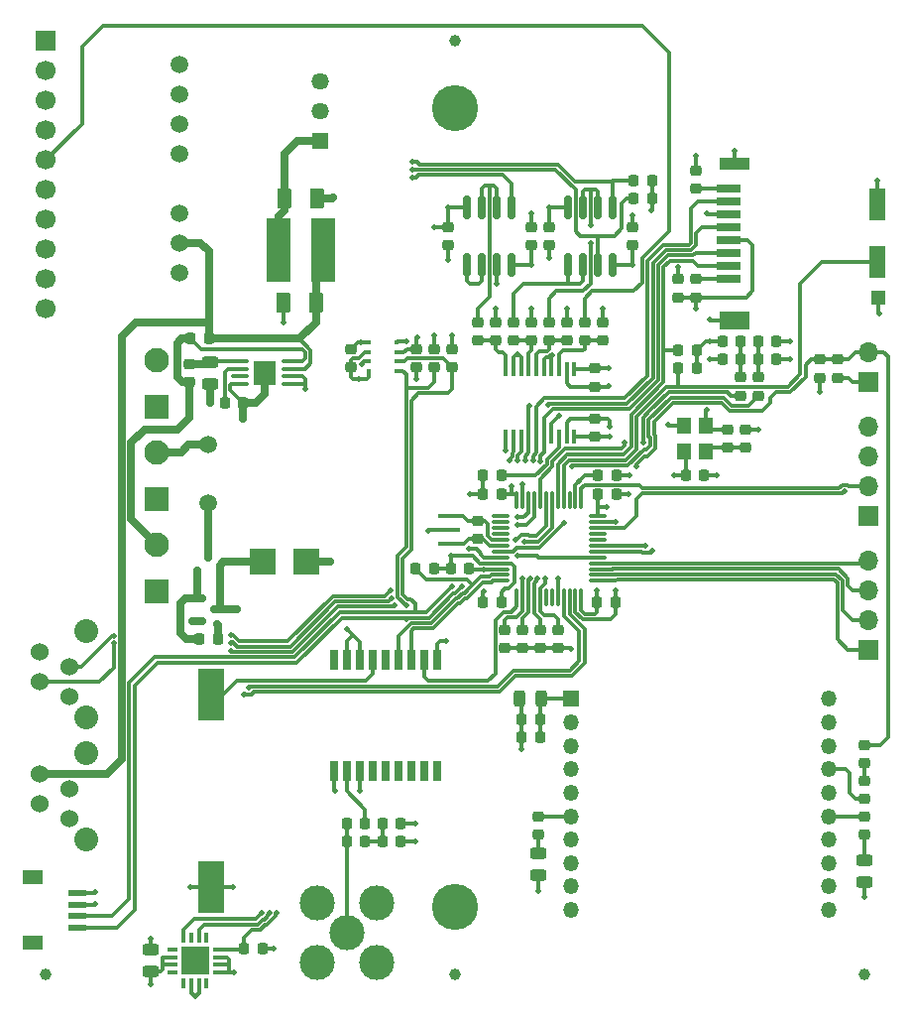
<source format=gbr>
%TF.GenerationSoftware,KiCad,Pcbnew,9.0.1*%
%TF.CreationDate,2025-06-11T13:29:21-05:00*%
%TF.ProjectId,Digital_PCB,44696769-7461-46c5-9f50-43422e6b6963,2.0*%
%TF.SameCoordinates,Original*%
%TF.FileFunction,Copper,L1,Top*%
%TF.FilePolarity,Positive*%
%FSLAX46Y46*%
G04 Gerber Fmt 4.6, Leading zero omitted, Abs format (unit mm)*
G04 Created by KiCad (PCBNEW 9.0.1) date 2025-06-11 13:29:21*
%MOMM*%
%LPD*%
G01*
G04 APERTURE LIST*
G04 Aperture macros list*
%AMRoundRect*
0 Rectangle with rounded corners*
0 $1 Rounding radius*
0 $2 $3 $4 $5 $6 $7 $8 $9 X,Y pos of 4 corners*
0 Add a 4 corners polygon primitive as box body*
4,1,4,$2,$3,$4,$5,$6,$7,$8,$9,$2,$3,0*
0 Add four circle primitives for the rounded corners*
1,1,$1+$1,$2,$3*
1,1,$1+$1,$4,$5*
1,1,$1+$1,$6,$7*
1,1,$1+$1,$8,$9*
0 Add four rect primitives between the rounded corners*
20,1,$1+$1,$2,$3,$4,$5,0*
20,1,$1+$1,$4,$5,$6,$7,0*
20,1,$1+$1,$6,$7,$8,$9,0*
20,1,$1+$1,$8,$9,$2,$3,0*%
G04 Aperture macros list end*
%TA.AperFunction,SMDPad,CuDef*%
%ADD10RoundRect,0.218750X0.256250X-0.218750X0.256250X0.218750X-0.256250X0.218750X-0.256250X-0.218750X0*%
%TD*%
%TA.AperFunction,SMDPad,CuDef*%
%ADD11RoundRect,0.218750X-0.256250X0.218750X-0.256250X-0.218750X0.256250X-0.218750X0.256250X0.218750X0*%
%TD*%
%TA.AperFunction,SMDPad,CuDef*%
%ADD12RoundRect,0.218750X-0.218750X-0.256250X0.218750X-0.256250X0.218750X0.256250X-0.218750X0.256250X0*%
%TD*%
%TA.AperFunction,WasherPad*%
%ADD13C,3.937000*%
%TD*%
%TA.AperFunction,SMDPad,CuDef*%
%ADD14RoundRect,0.243750X0.456250X-0.243750X0.456250X0.243750X-0.456250X0.243750X-0.456250X-0.243750X0*%
%TD*%
%TA.AperFunction,SMDPad,CuDef*%
%ADD15R,0.700000X1.800000*%
%TD*%
%TA.AperFunction,SMDPad,CuDef*%
%ADD16R,0.800000X1.800000*%
%TD*%
%TA.AperFunction,SMDPad,CuDef*%
%ADD17RoundRect,0.100000X-0.625000X-0.100000X0.625000X-0.100000X0.625000X0.100000X-0.625000X0.100000X0*%
%TD*%
%TA.AperFunction,SMDPad,CuDef*%
%ADD18R,1.950000X2.150000*%
%TD*%
%TA.AperFunction,ComponentPad*%
%ADD19C,1.500000*%
%TD*%
%TA.AperFunction,SMDPad,CuDef*%
%ADD20RoundRect,0.218750X0.218750X0.256250X-0.218750X0.256250X-0.218750X-0.256250X0.218750X-0.256250X0*%
%TD*%
%TA.AperFunction,SMDPad,CuDef*%
%ADD21RoundRect,0.250000X0.375000X0.625000X-0.375000X0.625000X-0.375000X-0.625000X0.375000X-0.625000X0*%
%TD*%
%TA.AperFunction,SMDPad,CuDef*%
%ADD22R,1.800000X1.200000*%
%TD*%
%TA.AperFunction,SMDPad,CuDef*%
%ADD23R,1.550000X0.600000*%
%TD*%
%TA.AperFunction,SMDPad,CuDef*%
%ADD24RoundRect,0.150000X0.150000X-0.825000X0.150000X0.825000X-0.150000X0.825000X-0.150000X-0.825000X0*%
%TD*%
%TA.AperFunction,ComponentPad*%
%ADD25R,1.700000X1.700000*%
%TD*%
%TA.AperFunction,ComponentPad*%
%ADD26O,1.700000X1.700000*%
%TD*%
%TA.AperFunction,SMDPad,CuDef*%
%ADD27R,0.304800X0.863600*%
%TD*%
%TA.AperFunction,SMDPad,CuDef*%
%ADD28R,0.863600X0.304800*%
%TD*%
%TA.AperFunction,SMDPad,CuDef*%
%ADD29R,2.438400X2.438400*%
%TD*%
%TA.AperFunction,SMDPad,CuDef*%
%ADD30C,1.000000*%
%TD*%
%TA.AperFunction,SMDPad,CuDef*%
%ADD31R,0.400000X0.400000*%
%TD*%
%TA.AperFunction,SMDPad,CuDef*%
%ADD32RoundRect,0.075000X-0.662500X-0.075000X0.662500X-0.075000X0.662500X0.075000X-0.662500X0.075000X0*%
%TD*%
%TA.AperFunction,SMDPad,CuDef*%
%ADD33RoundRect,0.075000X-0.075000X-0.662500X0.075000X-0.662500X0.075000X0.662500X-0.075000X0.662500X0*%
%TD*%
%TA.AperFunction,SMDPad,CuDef*%
%ADD34R,2.184400X2.184400*%
%TD*%
%TA.AperFunction,ComponentPad*%
%ADD35C,1.700000*%
%TD*%
%TA.AperFunction,SMDPad,CuDef*%
%ADD36R,2.000000X0.700000*%
%TD*%
%TA.AperFunction,SMDPad,CuDef*%
%ADD37R,1.400000X2.700000*%
%TD*%
%TA.AperFunction,SMDPad,CuDef*%
%ADD38R,2.600000X1.000000*%
%TD*%
%TA.AperFunction,SMDPad,CuDef*%
%ADD39R,2.600000X1.500000*%
%TD*%
%TA.AperFunction,SMDPad,CuDef*%
%ADD40R,1.200000X1.200000*%
%TD*%
%TA.AperFunction,SMDPad,CuDef*%
%ADD41R,2.300000X4.500000*%
%TD*%
%TA.AperFunction,SMDPad,CuDef*%
%ADD42RoundRect,0.150000X-0.587500X-0.150000X0.587500X-0.150000X0.587500X0.150000X-0.587500X0.150000X0*%
%TD*%
%TA.AperFunction,ComponentPad*%
%ADD43RoundRect,0.249900X-0.800100X0.800100X-0.800100X-0.800100X0.800100X-0.800100X0.800100X0.800100X0*%
%TD*%
%TA.AperFunction,ComponentPad*%
%ADD44C,2.100000*%
%TD*%
%TA.AperFunction,SMDPad,CuDef*%
%ADD45R,2.150000X5.500000*%
%TD*%
%TA.AperFunction,ComponentPad*%
%ADD46C,3.000000*%
%TD*%
%TA.AperFunction,SMDPad,CuDef*%
%ADD47RoundRect,0.250000X-0.375000X-0.625000X0.375000X-0.625000X0.375000X0.625000X-0.375000X0.625000X0*%
%TD*%
%TA.AperFunction,ComponentPad*%
%ADD48C,2.032000*%
%TD*%
%TA.AperFunction,ComponentPad*%
%ADD49C,1.524000*%
%TD*%
%TA.AperFunction,ComponentPad*%
%ADD50R,1.468000X1.468000*%
%TD*%
%TA.AperFunction,ComponentPad*%
%ADD51C,1.468000*%
%TD*%
%TA.AperFunction,SMDPad,CuDef*%
%ADD52R,1.900000X0.400000*%
%TD*%
%TA.AperFunction,SMDPad,CuDef*%
%ADD53RoundRect,0.243750X0.243750X0.456250X-0.243750X0.456250X-0.243750X-0.456250X0.243750X-0.456250X0*%
%TD*%
%TA.AperFunction,ComponentPad*%
%ADD54C,1.509000*%
%TD*%
%TA.AperFunction,ComponentPad*%
%ADD55R,1.350000X1.350000*%
%TD*%
%TA.AperFunction,ComponentPad*%
%ADD56O,1.350000X1.350000*%
%TD*%
%TA.AperFunction,SMDPad,CuDef*%
%ADD57R,0.355600X1.308100*%
%TD*%
%TA.AperFunction,SMDPad,CuDef*%
%ADD58R,1.193800X1.397000*%
%TD*%
%TA.AperFunction,SMDPad,CuDef*%
%ADD59RoundRect,0.150000X0.150000X-0.587500X0.150000X0.587500X-0.150000X0.587500X-0.150000X-0.587500X0*%
%TD*%
%TA.AperFunction,ViaPad*%
%ADD60C,0.508000*%
%TD*%
%TA.AperFunction,Conductor*%
%ADD61C,0.304800*%
%TD*%
%TA.AperFunction,Conductor*%
%ADD62C,0.635000*%
%TD*%
G04 APERTURE END LIST*
D10*
%TO.P,R26,1*%
%TO.N,Net-(U4-+AIN1)*%
X153416000Y-85750500D03*
%TO.P,R26,2*%
%TO.N,Xacc_Buffered*%
X153416000Y-84175500D03*
%TD*%
D11*
%TO.P,R3,1*%
%TO.N,+3V3*%
X145161000Y-86461500D03*
%TO.P,R3,2*%
%TO.N,I2C_SDA*%
X145161000Y-88036500D03*
%TD*%
D12*
%TO.P,R8,1*%
%TO.N,+3V3*%
X145028701Y-105219500D03*
%TO.P,R8,2*%
%TO.N,SPI_Acc_ADC_CS*%
X146603701Y-105219500D03*
%TD*%
D13*
%TO.P,H1,*%
%TO.N,*%
X145380000Y-134108000D03*
%TD*%
D10*
%TO.P,R32,1*%
%TO.N,Net-(U5-OE)*%
X168656000Y-94894500D03*
%TO.P,R32,2*%
%TO.N,GND*%
X168656000Y-93319500D03*
%TD*%
D14*
%TO.P,C8,1*%
%TO.N,GND*%
X124460000Y-89456500D03*
%TO.P,C8,2*%
%TO.N,Net-(U3-IN)*%
X124460000Y-87581500D03*
%TD*%
D15*
%TO.P,U11,1,GND*%
%TO.N,GND*%
X143846000Y-112979000D03*
D16*
%TO.P,U11,2,TXD*%
%TO.N,GPS_TX*%
X142746000Y-112979000D03*
%TO.P,U11,3,RXD*%
%TO.N,GPS_RX*%
X141646000Y-112979000D03*
%TO.P,U11,4,TimePulse*%
%TO.N,GPS_PPS*%
X140546000Y-112979000D03*
%TO.P,U11,5,EXTINT*%
%TO.N,unconnected-(U11-EXTINT-Pad5)*%
X139446000Y-112979000D03*
%TO.P,U11,6,V_BCKP*%
%TO.N,Net-(BT1-+)*%
X138346000Y-112979000D03*
%TO.P,U11,7,VCC_IO*%
%TO.N,+3V3*%
X137246000Y-112979000D03*
%TO.P,U11,8,VCC*%
X136146000Y-112979000D03*
D15*
%TO.P,U11,9,~{RESET}*%
%TO.N,unconnected-(U11-~{RESET}-Pad9)*%
X135046000Y-112979000D03*
%TO.P,U11,10,GND*%
%TO.N,GND*%
X135046000Y-122479000D03*
D16*
%TO.P,U11,11,RF_IN*%
%TO.N,Net-(U11-RF_IN)*%
X136146000Y-122479000D03*
%TO.P,U11,12,GND*%
%TO.N,GND*%
X137246000Y-122479000D03*
%TO.P,U11,13,LNA_EN*%
%TO.N,unconnected-(U11-LNA_EN-Pad13)*%
X138346000Y-122479000D03*
%TO.P,U11,14,VCC_RF*%
%TO.N,unconnected-(U11-VCC_RF-Pad14)*%
X139446000Y-122479000D03*
%TO.P,U11,15,NC*%
%TO.N,unconnected-(U11-NC-Pad15)*%
X140546000Y-122479000D03*
%TO.P,U11,16,SDA*%
%TO.N,unconnected-(U11-SDA-Pad16)*%
X141646000Y-122479000D03*
%TO.P,U11,17,SCL*%
%TO.N,unconnected-(U11-SCL-Pad17)*%
X142746000Y-122479000D03*
D15*
%TO.P,U11,18,~{SafeBoot}*%
%TO.N,unconnected-(U11-~{SafeBoot}-Pad18)*%
X143846000Y-122479000D03*
%TD*%
D10*
%TO.P,R29,1*%
%TO.N,Net-(U4-+AIN1)*%
X154940000Y-85750500D03*
%TO.P,R29,2*%
%TO.N,GND*%
X154940000Y-84175500D03*
%TD*%
D17*
%TO.P,U3,1,IN*%
%TO.N,Net-(U3-IN)*%
X127009000Y-87512000D03*
%TO.P,U3,2,DIAG_EN*%
%TO.N,Net-(U3-DIAG_EN)*%
X127009000Y-88162000D03*
%TO.P,U3,3,~{FAULT}*%
%TO.N,unconnected-(U3-~{FAULT}-Pad3)*%
X127009000Y-88812000D03*
%TO.P,U3,4,CL*%
%TO.N,GND*%
X127009000Y-89462000D03*
%TO.P,U3,5,DELAY*%
X131309000Y-89462000D03*
%TO.P,U3,6,GND*%
X131309000Y-88812000D03*
%TO.P,U3,7,OUT*%
%TO.N,+BATT*%
X131309000Y-88162000D03*
%TO.P,U3,8,VS*%
%TO.N,Net-(J10-Pin_2)*%
X131309000Y-87512000D03*
D18*
%TO.P,U3,9,PAD*%
%TO.N,GND*%
X129159000Y-88487000D03*
%TD*%
D14*
%TO.P,D3,1,K*%
%TO.N,GND*%
X152527000Y-131391900D03*
%TO.P,D3,2,A*%
%TO.N,Net-(D3-A)*%
X152527000Y-129516900D03*
%TD*%
D19*
%TO.P,F1,1*%
%TO.N,Net-(J9-Pin_2)*%
X124318000Y-94655000D03*
%TO.P,F1,2*%
%TO.N,Net-(Q1-D)*%
X124318000Y-99655000D03*
%TD*%
D20*
%TO.P,R22,1*%
%TO.N,GND*%
X127279500Y-91059000D03*
%TO.P,R22,2*%
%TO.N,Net-(U3-DIAG_EN)*%
X125704500Y-91059000D03*
%TD*%
D10*
%TO.P,R21,1*%
%TO.N,Net-(J10-Pin_2)*%
X122682000Y-89306500D03*
%TO.P,R21,2*%
%TO.N,Net-(U3-IN)*%
X122682000Y-87731500D03*
%TD*%
D21*
%TO.P,C6,1*%
%TO.N,+BATT*%
X133523400Y-82505800D03*
%TO.P,C6,2*%
%TO.N,GND*%
X130723400Y-82505800D03*
%TD*%
D20*
%TO.P,C1,1*%
%TO.N,GND*%
X159100501Y-108115100D03*
%TO.P,C1,2*%
%TO.N,+3V3*%
X157525501Y-108115100D03*
%TD*%
D10*
%TO.P,C16,1*%
%TO.N,-5V*%
X160528000Y-77622500D03*
%TO.P,C16,2*%
%TO.N,GND*%
X160528000Y-76047500D03*
%TD*%
D12*
%TO.P,R17,1*%
%TO.N,Net-(R11-Pad2)*%
X171272000Y-85852000D03*
%TO.P,R17,2*%
%TO.N,+3V3*%
X172847000Y-85852000D03*
%TD*%
D20*
%TO.P,R12,1*%
%TO.N,+3V3*%
X166014500Y-88138000D03*
%TO.P,R12,2*%
%TO.N,SD_CD*%
X164439500Y-88138000D03*
%TD*%
D11*
%TO.P,C5,1*%
%TO.N,RESET*%
X178054000Y-87350500D03*
%TO.P,C5,2*%
%TO.N,GND*%
X178054000Y-88925500D03*
%TD*%
D22*
%TO.P,J4,*%
%TO.N,*%
X109275000Y-137166000D03*
X109275000Y-131566000D03*
D23*
%TO.P,J4,1,Pin_1*%
%TO.N,GND*%
X113150000Y-132866000D03*
%TO.P,J4,2,Pin_2*%
%TO.N,+3V3*%
X113150000Y-133866000D03*
%TO.P,J4,3,Pin_3*%
%TO.N,I2C_SDA*%
X113150000Y-134866000D03*
%TO.P,J4,4,Pin_4*%
%TO.N,I2C_SCL*%
X113150000Y-135866000D03*
%TD*%
D24*
%TO.P,U7,1*%
%TO.N,Net-(U7A--)*%
X146431000Y-79310000D03*
%TO.P,U7,2,-*%
X147701000Y-79310000D03*
%TO.P,U7,3,+*%
%TO.N,GND*%
X148971000Y-79310000D03*
%TO.P,U7,4,V-*%
%TO.N,-5V*%
X150241000Y-79310000D03*
%TO.P,U7,5,+*%
%TO.N,Zacc*%
X150241000Y-74360000D03*
%TO.P,U7,6,-*%
%TO.N,Zacc_Buffered*%
X148971000Y-74360000D03*
%TO.P,U7,7*%
X147701000Y-74360000D03*
%TO.P,U7,8,V+*%
%TO.N,+5V*%
X146431000Y-74360000D03*
%TD*%
D25*
%TO.P,J8,1,Pin_1*%
%TO.N,GND*%
X180721000Y-100711000D03*
D26*
%TO.P,J8,2,Pin_2*%
%TO.N,SWCLK*%
X180721000Y-98171000D03*
%TO.P,J8,3,Pin_3*%
%TO.N,SWDIO*%
X180721000Y-95631000D03*
%TO.P,J8,4,Pin_4*%
%TO.N,+3V3*%
X180721000Y-93091000D03*
%TD*%
D27*
%TO.P,U9,1,NC*%
%TO.N,unconnected-(U9-NC-Pad1)*%
X122215001Y-140627100D03*
%TO.P,U9,2,ST*%
%TO.N,GND*%
X122864999Y-140627100D03*
%TO.P,U9,3,COM*%
X123515001Y-140627100D03*
%TO.P,U9,4,NC*%
%TO.N,unconnected-(U9-NC-Pad4)*%
X124164999Y-140627100D03*
D28*
%TO.P,U9,5,COM*%
%TO.N,GND*%
X125133100Y-139658999D03*
%TO.P,U9,6,COM*%
X125133100Y-139009001D03*
%TO.P,U9,7,COM*%
X125133100Y-138358999D03*
%TO.P,U9,8,ZOUT*%
%TO.N,Zacc*%
X125133100Y-137709001D03*
D27*
%TO.P,U9,9,NC*%
%TO.N,unconnected-(U9-NC-Pad9)*%
X124164999Y-136740900D03*
%TO.P,U9,10,YOUT*%
%TO.N,Yacc*%
X123515001Y-136740900D03*
%TO.P,U9,11,NC*%
%TO.N,unconnected-(U9-NC-Pad11)*%
X122864999Y-136740900D03*
%TO.P,U9,12,XOUT*%
%TO.N,Xacc*%
X122215001Y-136740900D03*
D28*
%TO.P,U9,13,NC*%
%TO.N,unconnected-(U9-NC-Pad13)*%
X121246900Y-137709001D03*
%TO.P,U9,14,VS*%
%TO.N,+3V3*%
X121246900Y-138358999D03*
%TO.P,U9,15,VS*%
X121246900Y-139009001D03*
%TO.P,U9,16,NC*%
%TO.N,unconnected-(U9-NC-Pad16)*%
X121246900Y-139658999D03*
D29*
%TO.P,U9,17,EP*%
%TO.N,unconnected-(U9-EP-Pad17)*%
X123190000Y-138684000D03*
%TD*%
D20*
%TO.P,C11,1*%
%TO.N,GND*%
X166649500Y-97282000D03*
%TO.P,C11,2*%
%TO.N,+3V3*%
X165074500Y-97282000D03*
%TD*%
D30*
%TO.P,FID4,*%
%TO.N,*%
X180338500Y-139863100D03*
%TD*%
D31*
%TO.P,U6,1,GND*%
%TO.N,GND*%
X140425000Y-85922000D03*
%TO.P,U6,2,CSB*%
%TO.N,+3V3*%
X140425000Y-86722000D03*
%TO.P,U6,3,SDI*%
%TO.N,I2C_SDA*%
X140425000Y-87522000D03*
%TO.P,U6,4,SCK*%
%TO.N,I2C_SCL*%
X140425000Y-88322000D03*
%TO.P,U6,5,SDO*%
%TO.N,GND*%
X138025000Y-88322000D03*
%TO.P,U6,6,Vddio*%
%TO.N,+3V3*%
X138025000Y-87522000D03*
%TO.P,U6,7,GND*%
%TO.N,GND*%
X138025000Y-86722000D03*
%TO.P,U6,8,Vdd*%
%TO.N,+3V3*%
X138025000Y-85922000D03*
%TD*%
D32*
%TO.P,U1,1,VBAT*%
%TO.N,unconnected-(U1-VBAT-Pad1)*%
X149253500Y-100755000D03*
%TO.P,U1,2,PC13*%
%TO.N,unconnected-(U1-PC13-Pad2)*%
X149253500Y-101255000D03*
%TO.P,U1,3,PC14*%
%TO.N,unconnected-(U1-PC14-Pad3)*%
X149253500Y-101755000D03*
%TO.P,U1,4,PC15*%
%TO.N,unconnected-(U1-PC15-Pad4)*%
X149253500Y-102255000D03*
%TO.P,U1,5,PD0*%
%TO.N,Net-(U1-PD0)*%
X149253500Y-102755000D03*
%TO.P,U1,6,PD1*%
%TO.N,Net-(U1-PD1)*%
X149253500Y-103255000D03*
%TO.P,U1,7,NRST*%
%TO.N,RESET*%
X149253500Y-103755000D03*
%TO.P,U1,8,VSSA*%
%TO.N,GND*%
X149253500Y-104255000D03*
%TO.P,U1,9,VDDA*%
%TO.N,+3V3*%
X149253500Y-104755000D03*
%TO.P,U1,10,PA0*%
%TO.N,SPI_Acc_ADC_CS*%
X149253500Y-105255000D03*
%TO.P,U1,11,PA1*%
%TO.N,GPS_PPS*%
X149253500Y-105755000D03*
%TO.P,U1,12,PA2*%
%TO.N,GPS_RX*%
X149253500Y-106255000D03*
D33*
%TO.P,U1,13,PA3*%
%TO.N,GPS_TX*%
X150666000Y-107667500D03*
%TO.P,U1,14,PA4*%
%TO.N,SPI_ADC_DRDY*%
X151166000Y-107667500D03*
%TO.P,U1,15,PA5*%
%TO.N,SPI_SCK*%
X151666000Y-107667500D03*
%TO.P,U1,16,PA6*%
%TO.N,SPI_MISO*%
X152166000Y-107667500D03*
%TO.P,U1,17,PA7*%
%TO.N,SPI_MOSI*%
X152666000Y-107667500D03*
%TO.P,U1,18,PB0*%
%TO.N,unconnected-(U1-PB0-Pad18)*%
X153166000Y-107667500D03*
%TO.P,U1,19,PB1*%
%TO.N,unconnected-(U1-PB1-Pad19)*%
X153666000Y-107667500D03*
%TO.P,U1,20,PB2*%
%TO.N,Boot1*%
X154166000Y-107667500D03*
%TO.P,U1,21,PB10*%
%TO.N,Radio_TX*%
X154666000Y-107667500D03*
%TO.P,U1,22,PB11*%
%TO.N,Radio_RX*%
X155166000Y-107667500D03*
%TO.P,U1,23,VSS*%
%TO.N,GND*%
X155666000Y-107667500D03*
%TO.P,U1,24,VDD*%
%TO.N,+3V3*%
X156166000Y-107667500D03*
D32*
%TO.P,U1,25,PB12*%
%TO.N,Net-(J6-Pin_1)*%
X157578500Y-106255000D03*
%TO.P,U1,26,PB13*%
%TO.N,Net-(J6-Pin_2)*%
X157578500Y-105755000D03*
%TO.P,U1,27,PB14*%
%TO.N,Net-(J6-Pin_3)*%
X157578500Y-105255000D03*
%TO.P,U1,28,PB15*%
%TO.N,Net-(J6-Pin_4)*%
X157578500Y-104755000D03*
%TO.P,U1,29,PA8*%
%TO.N,Status_LED_B*%
X157578500Y-104255000D03*
%TO.P,U1,30,PA9*%
%TO.N,XBee_TX*%
X157578500Y-103755000D03*
%TO.P,U1,31,PA10*%
%TO.N,XBee_RX*%
X157578500Y-103255000D03*
%TO.P,U1,32,PA11*%
%TO.N,unconnected-(U1-PA11-Pad32)*%
X157578500Y-102755000D03*
%TO.P,U1,33,PA12*%
%TO.N,unconnected-(U1-PA12-Pad33)*%
X157578500Y-102255000D03*
%TO.P,U1,34,PA13*%
%TO.N,SWDIO*%
X157578500Y-101755000D03*
%TO.P,U1,35,VSS*%
%TO.N,GND*%
X157578500Y-101255000D03*
%TO.P,U1,36,VDD*%
%TO.N,+3V3*%
X157578500Y-100755000D03*
D33*
%TO.P,U1,37,PA14*%
%TO.N,SWCLK*%
X156166000Y-99342500D03*
%TO.P,U1,38,PA15*%
%TO.N,ADC_RESET*%
X155666000Y-99342500D03*
%TO.P,U1,39,PB3*%
%TO.N,unconnected-(U1-PB3-Pad39)*%
X155166000Y-99342500D03*
%TO.P,U1,40,PB4*%
%TO.N,SD_CD*%
X154666000Y-99342500D03*
%TO.P,U1,41,PB5*%
%TO.N,SD_CS*%
X154166000Y-99342500D03*
%TO.P,U1,42,PB6*%
%TO.N,I2C_SCL*%
X153666000Y-99342500D03*
%TO.P,U1,43,PB7*%
%TO.N,I2C_SDA*%
X153166000Y-99342500D03*
%TO.P,U1,44,BOOT0*%
%TO.N,Boot0*%
X152666000Y-99342500D03*
%TO.P,U1,45,PB8*%
%TO.N,Status_LED_R*%
X152166000Y-99342500D03*
%TO.P,U1,46,PB9*%
%TO.N,Status_LED_G*%
X151666000Y-99342500D03*
%TO.P,U1,47,VSS*%
%TO.N,GND*%
X151166000Y-99342500D03*
%TO.P,U1,48,VDD*%
%TO.N,+3V3*%
X150666000Y-99342500D03*
%TD*%
D34*
%TO.P,D2,1,K*%
%TO.N,Net-(D1-K)*%
X128955800Y-104648000D03*
%TO.P,D2,2,A*%
%TO.N,GND*%
X132664200Y-104648000D03*
%TD*%
D25*
%TO.P,J2,1,Pin_1*%
%TO.N,GND*%
X110420000Y-60198000D03*
D35*
%TO.P,J2,2,Pin_2*%
%TO.N,+5V*%
X110420000Y-62738000D03*
%TO.P,J2,3,Pin_3*%
%TO.N,-5V*%
X110420000Y-65278000D03*
%TO.P,J2,4,Pin_4*%
%TO.N,AMP_IN*%
X110420000Y-67818000D03*
%TO.P,J2,5,Pin_5*%
%TO.N,AMP_OUT*%
X110420000Y-70358000D03*
%TO.P,J2,6,Pin_6*%
%TO.N,GND*%
X110420000Y-72898000D03*
%TO.P,J2,7,Pin_7*%
%TO.N,unconnected-(J2-Pin_7-Pad7)*%
X110420000Y-75438000D03*
%TO.P,J2,8,Pin_8*%
%TO.N,unconnected-(J2-Pin_8-Pad8)*%
X110420000Y-77978000D03*
%TO.P,J2,9,Pin_9*%
%TO.N,unconnected-(J2-Pin_9-Pad9)*%
X110420000Y-80518000D03*
%TO.P,J2,10,Pin_10*%
%TO.N,unconnected-(J2-Pin_10-Pad10)*%
X110420000Y-83058000D03*
%TD*%
D36*
%TO.P,J12,1,DAT2*%
%TO.N,Net-(J12-DAT2)*%
X168774250Y-80470000D03*
%TO.P,J12,2,DAT3/CD*%
%TO.N,SD_CS*%
X168774250Y-79370000D03*
%TO.P,J12,3,CMD*%
%TO.N,SPI_MOSI*%
X168774250Y-78270000D03*
%TO.P,J12,4,VDD*%
%TO.N,+3V3*%
X168774250Y-77170000D03*
%TO.P,J12,5,CLK*%
%TO.N,SPI_SCK*%
X168774250Y-76070000D03*
%TO.P,J12,6,VSS*%
%TO.N,GND*%
X168774250Y-74970000D03*
%TO.P,J12,7,DAT0*%
%TO.N,SPI_MISO*%
X168774250Y-73870000D03*
%TO.P,J12,8,DAT1*%
%TO.N,Net-(J12-DAT1)*%
X168774250Y-72770000D03*
D37*
%TO.P,J12,9,CARD_DET*%
%TO.N,SD_CD*%
X181474250Y-79070000D03*
D38*
%TO.P,J12,S1,GND*%
%TO.N,GND*%
X169274250Y-70670000D03*
D39*
%TO.P,J12,S2,GND*%
X169274250Y-84020000D03*
D37*
%TO.P,J12,S3,GND*%
X181474250Y-74170000D03*
D40*
%TO.P,J12,S5,GND*%
X181574250Y-82120000D03*
%TD*%
D11*
%TO.P,R33,1*%
%TO.N,Net-(U10-~{DIO10{slash}PWM0})*%
X152527000Y-126339500D03*
%TO.P,R33,2*%
%TO.N,Net-(D3-A)*%
X152527000Y-127914500D03*
%TD*%
%TO.P,C9,1*%
%TO.N,+3V3*%
X157353000Y-88112500D03*
%TO.P,C9,2*%
%TO.N,GND*%
X157353000Y-89687500D03*
%TD*%
D41*
%TO.P,BT1,1,+*%
%TO.N,Net-(BT1-+)*%
X124587000Y-115977000D03*
%TO.P,BT1,2,-*%
%TO.N,GND*%
X124587000Y-132377000D03*
%TD*%
D42*
%TO.P,D1,*%
%TO.N,*%
X123395500Y-109662000D03*
%TO.P,D1,1,A*%
%TO.N,Net-(D1-A)*%
X123395500Y-107762000D03*
%TO.P,D1,3,K*%
%TO.N,Net-(D1-K)*%
X125270500Y-108712000D03*
%TD*%
D11*
%TO.P,R1,1*%
%TO.N,Net-(U1-PD0)*%
X147289401Y-101130000D03*
%TO.P,R1,2*%
%TO.N,Net-(U1-PD1)*%
X147289401Y-102705000D03*
%TD*%
D10*
%TO.P,R6,1*%
%TO.N,+3V3*%
X151150201Y-112001400D03*
%TO.P,R6,2*%
%TO.N,SPI_SCK*%
X151150201Y-110426400D03*
%TD*%
D30*
%TO.P,FID1,*%
%TO.N,*%
X110425000Y-139863100D03*
%TD*%
D11*
%TO.P,C15,1*%
%TO.N,+5V*%
X153416000Y-76047500D03*
%TO.P,C15,2*%
%TO.N,GND*%
X153416000Y-77622500D03*
%TD*%
D12*
%TO.P,R20,1*%
%TO.N,Net-(J10-Pin_2)*%
X122783500Y-85598000D03*
%TO.P,R20,2*%
%TO.N,+BATT*%
X124358500Y-85598000D03*
%TD*%
%TO.P,C22,1*%
%TO.N,Zacc*%
X127355500Y-137668000D03*
%TO.P,C22,2*%
%TO.N,GND*%
X128930500Y-137668000D03*
%TD*%
D11*
%TO.P,R2,1*%
%TO.N,+3V3*%
X143637000Y-86461500D03*
%TO.P,R2,2*%
%TO.N,I2C_SCL*%
X143637000Y-88036500D03*
%TD*%
%TO.P,R35,1*%
%TO.N,Net-(C27-Pad2)*%
X180340000Y-123291500D03*
%TO.P,R35,2*%
%TO.N,Net-(U10-AD3{slash}DIO3{slash}nSSEL)*%
X180340000Y-124866500D03*
%TD*%
D10*
%TO.P,R4,1*%
%TO.N,+3V3*%
X154198201Y-112001400D03*
%TO.P,R4,2*%
%TO.N,SPI_MOSI*%
X154198201Y-110426400D03*
%TD*%
%TO.P,R11,1*%
%TO.N,Boot1*%
X171297500Y-90449500D03*
%TO.P,R11,2*%
%TO.N,Net-(R11-Pad2)*%
X171297500Y-88874500D03*
%TD*%
D20*
%TO.P,C25,1*%
%TO.N,+3V3*%
X152628700Y-118057200D03*
%TO.P,C25,2*%
%TO.N,GND*%
X151053700Y-118057200D03*
%TD*%
D11*
%TO.P,R31,1*%
%TO.N,+3V3*%
X170180000Y-93319500D03*
%TO.P,R31,2*%
%TO.N,Net-(U5-OE)*%
X170180000Y-94894500D03*
%TD*%
D20*
%TO.P,C26,1*%
%TO.N,Net-(U11-RF_IN)*%
X137693500Y-127000000D03*
%TO.P,C26,2*%
%TO.N,Net-(AE1-A)*%
X136118500Y-127000000D03*
%TD*%
D43*
%TO.P,J9,1,Pin_1*%
%TO.N,GND*%
X119910000Y-99300000D03*
D44*
%TO.P,J9,2,Pin_2*%
%TO.N,Net-(J9-Pin_2)*%
X119910000Y-95264000D03*
%TD*%
D43*
%TO.P,J10,1,Pin_1*%
%TO.N,Net-(D1-K)*%
X119910000Y-107174000D03*
D44*
%TO.P,J10,2,Pin_2*%
%TO.N,Net-(J10-Pin_2)*%
X119910000Y-103138000D03*
%TD*%
D45*
%TO.P,L1,1*%
%TO.N,+BATT*%
X134132000Y-78060800D03*
%TO.P,L1,2*%
%TO.N,Net-(PS1-+VIN)*%
X130282000Y-78060800D03*
%TD*%
D14*
%TO.P,D4,1,K*%
%TO.N,GND*%
X180340000Y-132001500D03*
%TO.P,D4,2,A*%
%TO.N,Net-(D4-A)*%
X180340000Y-130126500D03*
%TD*%
D10*
%TO.P,R27,1*%
%TO.N,Net-(U4-+AIN2)*%
X151892000Y-85750500D03*
%TO.P,R27,2*%
%TO.N,GND*%
X151892000Y-84175500D03*
%TD*%
D46*
%TO.P,AE1,1,A*%
%TO.N,Net-(AE1-A)*%
X136118600Y-136271000D03*
%TO.P,AE1,2,Shield*%
%TO.N,GND*%
X133578600Y-133731000D03*
%TO.P,AE1,3*%
%TO.N,N/C*%
X138658600Y-133731000D03*
%TO.P,AE1,4*%
X138658600Y-138811000D03*
%TO.P,AE1,5*%
X133578600Y-138811000D03*
%TD*%
D10*
%TO.P,R16,1*%
%TO.N,+3V3*%
X176571600Y-88928500D03*
%TO.P,R16,2*%
%TO.N,RESET*%
X176571600Y-87353500D03*
%TD*%
%TO.P,R28,1*%
%TO.N,Net-(U4-+AIN0)*%
X156464000Y-85750500D03*
%TO.P,R28,2*%
%TO.N,AMP_OUT*%
X156464000Y-84175500D03*
%TD*%
D47*
%TO.P,C7,1*%
%TO.N,Net-(PS1-+VIN)*%
X130807000Y-73615800D03*
%TO.P,C7,2*%
%TO.N,GND*%
X133607000Y-73615800D03*
%TD*%
D11*
%TO.P,R36,1*%
%TO.N,Net-(U10-Assoc{slash}DIO5)*%
X180340000Y-126339500D03*
%TO.P,R36,2*%
%TO.N,Net-(D4-A)*%
X180340000Y-127914500D03*
%TD*%
D20*
%TO.P,C24,1*%
%TO.N,+3V3*%
X152628700Y-119581200D03*
%TO.P,C24,2*%
%TO.N,GND*%
X151053700Y-119581200D03*
%TD*%
D10*
%TO.P,R5,1*%
%TO.N,+3V3*%
X152674201Y-112001400D03*
%TO.P,R5,2*%
%TO.N,SPI_MISO*%
X152674201Y-110426400D03*
%TD*%
%TO.P,C18,1*%
%TO.N,-5V*%
X151892000Y-77622500D03*
%TO.P,C18,2*%
%TO.N,GND*%
X151892000Y-76047500D03*
%TD*%
D11*
%TO.P,C29,1*%
%TO.N,GND*%
X164465000Y-80492500D03*
%TO.P,C29,2*%
%TO.N,+3V3*%
X164465000Y-82067500D03*
%TD*%
D13*
%TO.P,H2,*%
%TO.N,*%
X145380000Y-65958000D03*
%TD*%
D48*
%TO.P,J5,*%
%TO.N,*%
X113919000Y-110500546D03*
X113919000Y-117910546D03*
D49*
%TO.P,J5,1,Pin_1*%
%TO.N,GND*%
X112445800Y-116113946D03*
%TO.P,J5,2,Pin_2*%
%TO.N,Status_LED_R*%
X109905800Y-114843946D03*
%TO.P,J5,3,Pin_3*%
%TO.N,Status_LED_G*%
X112445800Y-113573946D03*
%TO.P,J5,4,Pin_4*%
%TO.N,Status_LED_B*%
X109905800Y-112303946D03*
%TD*%
D20*
%TO.P,C12,1*%
%TO.N,Net-(U4-CAP)*%
X149352000Y-97282000D03*
%TO.P,C12,2*%
%TO.N,GND*%
X147777000Y-97282000D03*
%TD*%
D25*
%TO.P,J7,1,Pin_1*%
%TO.N,GND*%
X180721000Y-89286000D03*
D26*
%TO.P,J7,2,Pin_2*%
%TO.N,RESET*%
X180721000Y-86746000D03*
%TD*%
D50*
%TO.P,PS1,1,+VIN*%
%TO.N,Net-(PS1-+VIN)*%
X133857000Y-68707000D03*
D51*
%TO.P,PS1,2,GND*%
%TO.N,GND*%
X133857000Y-66167000D03*
%TO.P,PS1,3,+VOUT*%
%TO.N,+3V3*%
X133857000Y-63627000D03*
%TD*%
D10*
%TO.P,C13,1*%
%TO.N,GND*%
X136525000Y-88036500D03*
%TO.P,C13,2*%
%TO.N,+3V3*%
X136525000Y-86461500D03*
%TD*%
D11*
%TO.P,C14,1*%
%TO.N,+3V3*%
X142113000Y-86461500D03*
%TO.P,C14,2*%
%TO.N,GND*%
X142113000Y-88036500D03*
%TD*%
D30*
%TO.P,FID3,*%
%TO.N,*%
X145372300Y-60196000D03*
%TD*%
D20*
%TO.P,R18,1*%
%TO.N,GND*%
X172847000Y-87376000D03*
%TO.P,R18,2*%
%TO.N,Net-(R11-Pad2)*%
X171272000Y-87376000D03*
%TD*%
D12*
%TO.P,R37,1*%
%TO.N,Net-(C28-Pad1)*%
X139166500Y-128524000D03*
%TO.P,R37,2*%
%TO.N,+3V3*%
X140741500Y-128524000D03*
%TD*%
D10*
%TO.P,R24,1*%
%TO.N,Net-(U4-+AIN2)*%
X150368000Y-85750500D03*
%TO.P,R24,2*%
%TO.N,Yacc_Buffered*%
X150368000Y-84175500D03*
%TD*%
D24*
%TO.P,U8,1*%
%TO.N,Yacc_Buffered*%
X155067000Y-79310000D03*
%TO.P,U8,2,-*%
X156337000Y-79310000D03*
%TO.P,U8,3,+*%
%TO.N,Yacc*%
X157607000Y-79310000D03*
%TO.P,U8,4,V-*%
%TO.N,-5V*%
X158877000Y-79310000D03*
%TO.P,U8,5,+*%
%TO.N,Xacc*%
X158877000Y-74360000D03*
%TO.P,U8,6,-*%
%TO.N,Xacc_Buffered*%
X157607000Y-74360000D03*
%TO.P,U8,7*%
X156337000Y-74360000D03*
%TO.P,U8,8,V+*%
%TO.N,+5V*%
X155067000Y-74360000D03*
%TD*%
D20*
%TO.P,R9,1*%
%TO.N,+3V3*%
X166014500Y-86614000D03*
%TO.P,R9,2*%
%TO.N,SD_CS*%
X164439500Y-86614000D03*
%TD*%
D10*
%TO.P,R30,1*%
%TO.N,Net-(U4-+AIN0)*%
X157988000Y-85750500D03*
%TO.P,R30,2*%
%TO.N,GND*%
X157988000Y-84175500D03*
%TD*%
D20*
%TO.P,C2,1*%
%TO.N,GND*%
X159151301Y-98869500D03*
%TO.P,C2,2*%
%TO.N,+3V3*%
X157576301Y-98869500D03*
%TD*%
D52*
%TO.P,Y1,1,1*%
%TO.N,Net-(U1-PD0)*%
X144851001Y-100717500D03*
%TO.P,Y1,2,2*%
%TO.N,GND*%
X144851001Y-101917500D03*
%TO.P,Y1,3,3*%
%TO.N,Net-(U1-PD1)*%
X144851001Y-103117500D03*
%TD*%
D53*
%TO.P,C23,1*%
%TO.N,+3V3*%
X152778700Y-116330000D03*
%TO.P,C23,2*%
%TO.N,GND*%
X150903700Y-116330000D03*
%TD*%
D54*
%TO.P,U2,1,GNDin*%
%TO.N,GND*%
X121864400Y-79965800D03*
%TO.P,U2,2,Vin*%
%TO.N,+BATT*%
X121864400Y-77425800D03*
%TO.P,U2,3,ON/~{OFF}*%
%TO.N,unconnected-(U2-ON{slash}~{OFF}-Pad3)*%
X121864400Y-74885800D03*
%TO.P,U2,5,NC*%
%TO.N,unconnected-(U2-NC-Pad5)*%
X121864400Y-69805800D03*
%TO.P,U2,6,+Out*%
%TO.N,+5V*%
X121864400Y-67265800D03*
%TO.P,U2,7,VoutCom*%
%TO.N,GND*%
X121864400Y-64725800D03*
%TO.P,U2,8,-Out*%
%TO.N,-5V*%
X121864400Y-62185800D03*
%TD*%
D43*
%TO.P,J1,1,Pin_1*%
%TO.N,AMP_IN*%
X119910000Y-91426000D03*
D44*
%TO.P,J1,2,Pin_2*%
%TO.N,GND*%
X119910000Y-87390000D03*
%TD*%
D55*
%TO.P,U10,1,VCC*%
%TO.N,+3V3*%
X155305000Y-116330000D03*
D56*
%TO.P,U10,2,DOUT/DIO13*%
%TO.N,XBee_RX*%
X155305000Y-118330000D03*
%TO.P,U10,3,DIN/DIO13*%
%TO.N,XBee_TX*%
X155305000Y-120330000D03*
%TO.P,U10,4,DIO12/MISO*%
%TO.N,unconnected-(U10-DIO12{slash}MISO-Pad4)*%
X155305000Y-122330000D03*
%TO.P,U10,5,nRESET*%
%TO.N,unconnected-(U10-nRESET-Pad5)*%
X155305000Y-124330000D03*
%TO.P,U10,6,~{DIO10/PWM0}*%
%TO.N,Net-(U10-~{DIO10{slash}PWM0})*%
X155305000Y-126330000D03*
%TO.P,U10,7,DIO11/PWM1*%
%TO.N,unconnected-(U10-DIO11{slash}PWM1-Pad7)*%
X155305000Y-128330000D03*
%TO.P,U10,8,RSVD*%
%TO.N,unconnected-(U10-RSVD-Pad8)*%
X155305000Y-130330000D03*
%TO.P,U10,9,nDTR/DIO8*%
%TO.N,unconnected-(U10-nDTR{slash}DIO8-Pad9)*%
X155305000Y-132330000D03*
%TO.P,U10,10,GND*%
%TO.N,GND*%
X155305000Y-134330000D03*
%TO.P,U10,11,DIO3/MOSI*%
%TO.N,unconnected-(U10-DIO3{slash}MOSI-Pad11)*%
X177305000Y-134330000D03*
%TO.P,U10,12,nCTS/DIO7*%
%TO.N,unconnected-(U10-nCTS{slash}DIO7-Pad12)*%
X177305000Y-132330000D03*
%TO.P,U10,13,nSLEEP/DIO9*%
%TO.N,unconnected-(U10-nSLEEP{slash}DIO9-Pad13)*%
X177305000Y-130330000D03*
%TO.P,U10,14,VREF*%
%TO.N,unconnected-(U10-VREF-Pad14)*%
X177305000Y-128330000D03*
%TO.P,U10,15,Assoc/DIO5*%
%TO.N,Net-(U10-Assoc{slash}DIO5)*%
X177305000Y-126330000D03*
%TO.P,U10,16,nRTS/DIO6*%
%TO.N,unconnected-(U10-nRTS{slash}DIO6-Pad16)*%
X177305000Y-124330000D03*
%TO.P,U10,17,AD3/DIO3/nSSEL*%
%TO.N,Net-(U10-AD3{slash}DIO3{slash}nSSEL)*%
X177305000Y-122330000D03*
%TO.P,U10,18,AD2/DIO2/CLK*%
%TO.N,unconnected-(U10-AD2{slash}DIO2{slash}CLK-Pad18)*%
X177305000Y-120330000D03*
%TO.P,U10,19,AD1/DIO1/ATTN*%
%TO.N,unconnected-(U10-AD1{slash}DIO1{slash}ATTN-Pad19)*%
X177305000Y-118330000D03*
%TO.P,U10,20,AD0/DIO0*%
%TO.N,unconnected-(U10-AD0{slash}DIO0-Pad20)*%
X177305000Y-116330000D03*
%TD*%
D25*
%TO.P,J6,1,Pin_1*%
%TO.N,Net-(J6-Pin_1)*%
X180721000Y-112141000D03*
D26*
%TO.P,J6,2,Pin_2*%
%TO.N,Net-(J6-Pin_2)*%
X180721000Y-109601000D03*
%TO.P,J6,3,Pin_3*%
%TO.N,Net-(J6-Pin_3)*%
X180721000Y-107061000D03*
%TO.P,J6,4,Pin_4*%
%TO.N,Net-(J6-Pin_4)*%
X180721000Y-104521000D03*
%TD*%
D12*
%TO.P,C3,1*%
%TO.N,GND*%
X147746501Y-108115100D03*
%TO.P,C3,2*%
%TO.N,+3V3*%
X149321501Y-108115100D03*
%TD*%
%TO.P,L2,1,1*%
%TO.N,Net-(AE1-A)*%
X136118500Y-128524000D03*
%TO.P,L2,2,2*%
%TO.N,Net-(C28-Pad1)*%
X137693500Y-128524000D03*
%TD*%
D11*
%TO.P,C17,1*%
%TO.N,+5V*%
X144780000Y-76047500D03*
%TO.P,C17,2*%
%TO.N,GND*%
X144780000Y-77622500D03*
%TD*%
D20*
%TO.P,R15,1*%
%TO.N,+3V3*%
X159156500Y-97282000D03*
%TO.P,R15,2*%
%TO.N,ADC_RESET*%
X157581500Y-97282000D03*
%TD*%
D14*
%TO.P,C19,1*%
%TO.N,+3V3*%
X119380000Y-139621500D03*
%TO.P,C19,2*%
%TO.N,GND*%
X119380000Y-137746500D03*
%TD*%
D10*
%TO.P,R7,1*%
%TO.N,+3V3*%
X149626201Y-112001400D03*
%TO.P,R7,2*%
%TO.N,SPI_ADC_DRDY*%
X149626201Y-110426400D03*
%TD*%
D11*
%TO.P,R38,1*%
%TO.N,+3V3*%
X165989000Y-71221500D03*
%TO.P,R38,2*%
%TO.N,Net-(J12-DAT1)*%
X165989000Y-72796500D03*
%TD*%
D12*
%TO.P,R34,1*%
%TO.N,GPS_PPS*%
X141988208Y-105211238D03*
%TO.P,R34,2*%
%TO.N,+3V3*%
X143563208Y-105211238D03*
%TD*%
%TO.P,R19,1*%
%TO.N,Net-(D1-A)*%
X123545500Y-111252000D03*
%TO.P,R19,2*%
%TO.N,GND*%
X125120500Y-111252000D03*
%TD*%
D11*
%TO.P,C27,1*%
%TO.N,RESET*%
X180340000Y-120243500D03*
%TO.P,C27,2*%
%TO.N,Net-(C27-Pad2)*%
X180340000Y-121818500D03*
%TD*%
D57*
%TO.P,U4,1,AVDD*%
%TO.N,+3V3*%
X155579000Y-88157050D03*
%TO.P,U4,2,AGND*%
%TO.N,GND*%
X154928999Y-88157050D03*
%TO.P,U4,3,+AIN0*%
%TO.N,Net-(U4-+AIN0)*%
X154279001Y-88157050D03*
%TO.P,U4,4,-AIN0*%
%TO.N,GND*%
X153628999Y-88157050D03*
%TO.P,U4,5,-AIN1*%
X152979001Y-88157050D03*
%TO.P,U4,6,+AIN1*%
%TO.N,Net-(U4-+AIN1)*%
X152329002Y-88157050D03*
%TO.P,U4,7,+AIN2*%
%TO.N,Net-(U4-+AIN2)*%
X151679001Y-88157050D03*
%TO.P,U4,8,-AIN2*%
%TO.N,GND*%
X151029002Y-88157050D03*
%TO.P,U4,9,-AIN3*%
X150379001Y-88157050D03*
%TO.P,U4,10,+AIN3*%
%TO.N,Net-(U4-+AIN3)*%
X149729002Y-88157050D03*
%TO.P,U4,11,~{SYNC/RST*%
%TO.N,ADC_RESET*%
X149729000Y-93960950D03*
%TO.P,U4,12,~{CS*%
%TO.N,SPI_Acc_ADC_CS*%
X150378998Y-93960950D03*
%TO.P,U4,13,~{DRDY*%
%TO.N,SPI_ADC_DRDY*%
X151028999Y-93960950D03*
%TO.P,U4,14,SCLK*%
%TO.N,SPI_SCK*%
X151678998Y-93960950D03*
%TO.P,U4,15,DOUT*%
%TO.N,SPI_MISO*%
X152328999Y-93960950D03*
%TO.P,U4,16,DIN*%
%TO.N,SPI_MOSI*%
X152978998Y-93960950D03*
%TO.P,U4,17,CLKIN*%
%TO.N,Net-(U4-CLKIN)*%
X153628999Y-93960950D03*
%TO.P,U4,18,CAP*%
%TO.N,Net-(U4-CAP)*%
X154278998Y-93960950D03*
%TO.P,U4,19,DGND*%
%TO.N,GND*%
X154928999Y-93960950D03*
%TO.P,U4,20,DVDD*%
%TO.N,+3V3*%
X155578998Y-93960950D03*
%TD*%
D58*
%TO.P,U5,1,OE*%
%TO.N,Net-(U5-OE)*%
X166812001Y-95207000D03*
%TO.P,U5,2,GND*%
%TO.N,GND*%
X166812001Y-93007000D03*
%TO.P,U5,3,Out*%
%TO.N,Net-(U4-CLKIN)*%
X164911999Y-93007000D03*
%TO.P,U5,4,VDD*%
%TO.N,+3V3*%
X164911999Y-95207000D03*
%TD*%
D12*
%TO.P,C20,1*%
%TO.N,Xacc*%
X160629500Y-72136000D03*
%TO.P,C20,2*%
%TO.N,GND*%
X162204500Y-72136000D03*
%TD*%
D10*
%TO.P,R25,1*%
%TO.N,Net-(U4-+AIN3)*%
X148844000Y-85750500D03*
%TO.P,R25,2*%
%TO.N,GND*%
X148844000Y-84175500D03*
%TD*%
D30*
%TO.P,FID2,*%
%TO.N,*%
X145385000Y-139863100D03*
%TD*%
D10*
%TO.P,R10,1*%
%TO.N,Boot0*%
X169773500Y-90449500D03*
%TO.P,R10,2*%
%TO.N,Net-(R10-Pad2)*%
X169773500Y-88874500D03*
%TD*%
D20*
%TO.P,R13,1*%
%TO.N,Net-(R10-Pad2)*%
X169799000Y-85852000D03*
%TO.P,R13,2*%
%TO.N,+3V3*%
X168224000Y-85852000D03*
%TD*%
D10*
%TO.P,C10,1*%
%TO.N,+3V3*%
X157353000Y-93980000D03*
%TO.P,C10,2*%
%TO.N,GND*%
X157353000Y-92405000D03*
%TD*%
%TO.P,R39,1*%
%TO.N,+3V3*%
X165989000Y-82067500D03*
%TO.P,R39,2*%
%TO.N,Net-(J12-DAT2)*%
X165989000Y-80492500D03*
%TD*%
D12*
%TO.P,C4,1*%
%TO.N,GND*%
X147771901Y-98869500D03*
%TO.P,C4,2*%
%TO.N,+3V3*%
X149346901Y-98869500D03*
%TD*%
%TO.P,C28,1*%
%TO.N,Net-(C28-Pad1)*%
X139166500Y-127000000D03*
%TO.P,C28,2*%
%TO.N,GND*%
X140741500Y-127000000D03*
%TD*%
%TO.P,R14,1*%
%TO.N,GND*%
X168224000Y-87376000D03*
%TO.P,R14,2*%
%TO.N,Net-(R10-Pad2)*%
X169799000Y-87376000D03*
%TD*%
D10*
%TO.P,R23,1*%
%TO.N,Net-(U4-+AIN3)*%
X147320000Y-85750500D03*
%TO.P,R23,2*%
%TO.N,Zacc_Buffered*%
X147320000Y-84175500D03*
%TD*%
D48*
%TO.P,J3,*%
%TO.N,*%
X113919000Y-120914546D03*
X113919000Y-128324546D03*
D49*
%TO.P,J3,1,Pin_1*%
%TO.N,GND*%
X112445800Y-126527946D03*
%TO.P,J3,2,Pin_2*%
%TO.N,Radio_RX*%
X109905800Y-125257946D03*
%TO.P,J3,3,Pin_3*%
%TO.N,Radio_TX*%
X112445800Y-123987946D03*
%TO.P,J3,4,Pin_4*%
%TO.N,+BATT*%
X109905800Y-122717946D03*
%TD*%
D59*
%TO.P,Q1,1,G*%
%TO.N,Net-(D1-A)*%
X123383000Y-105760500D03*
%TO.P,Q1,2,S*%
%TO.N,Net-(D1-K)*%
X125283000Y-105760500D03*
%TO.P,Q1,3,D*%
%TO.N,Net-(Q1-D)*%
X124333000Y-103885500D03*
%TD*%
D12*
%TO.P,C21,1*%
%TO.N,Yacc*%
X160629500Y-73660000D03*
%TO.P,C21,2*%
%TO.N,GND*%
X162204500Y-73660000D03*
%TD*%
D60*
%TO.N,+3V3*%
X119380000Y-140716000D03*
X158623000Y-93980000D03*
X157480000Y-107061000D03*
X158496000Y-88138000D03*
X165989000Y-83058000D03*
X155265001Y-112026700D03*
X158313001Y-99987100D03*
X136144000Y-110363000D03*
X137404119Y-87753214D03*
X141986000Y-128524000D03*
X145003401Y-104101900D03*
X164084000Y-97282000D03*
X173990000Y-85852000D03*
X143637000Y-85344000D03*
X114681000Y-133858000D03*
X176530000Y-90170000D03*
X150185001Y-98209100D03*
X160274000Y-97282000D03*
X167132000Y-85852000D03*
X142146000Y-85471000D03*
X137320000Y-85922000D03*
X171323000Y-93345000D03*
X145161000Y-85344000D03*
X165989000Y-69977000D03*
%TO.N,RESET*%
X160872624Y-96483624D03*
X154687000Y-101346000D03*
%TO.N,Net-(D1-K)*%
X126746000Y-108712000D03*
%TO.N,Status_LED_G*%
X116216700Y-110921797D03*
X139837764Y-107069045D03*
X126238000Y-110896394D03*
X150749000Y-100838000D03*
%TO.N,Status_LED_B*%
X140208000Y-108379800D03*
X126238000Y-112217200D03*
X150749000Y-104140000D03*
%TO.N,Status_LED_R*%
X126238000Y-111556797D03*
X139923585Y-107773488D03*
X150749000Y-101498403D03*
X116216700Y-111582200D03*
%TO.N,Xacc*%
X141780800Y-70511581D03*
X128854194Y-134620000D03*
%TO.N,Yacc*%
X129514597Y-134620000D03*
X141780800Y-71171984D03*
%TO.N,Zacc*%
X141780800Y-71832387D03*
X130175000Y-134620000D03*
%TO.N,Xacc_Buffered*%
X156972000Y-75946000D03*
X156972000Y-77470000D03*
%TO.N,+5V*%
X144780000Y-74360000D03*
X143637000Y-76073000D03*
X153416000Y-74360000D03*
%TO.N,-5V*%
X160528000Y-79310000D03*
X151892000Y-79310000D03*
%TO.N,Radio_RX*%
X127381000Y-115925600D03*
%TO.N,Radio_TX*%
X127762000Y-115366800D03*
%TO.N,I2C_SDA*%
X145167683Y-106730800D03*
X150536655Y-102770405D03*
%TO.N,I2C_SCL*%
X151278400Y-102896403D03*
X145957946Y-106730799D03*
X141217870Y-109497400D03*
X141217870Y-108379800D03*
%TO.N,SWDIO*%
X178689000Y-98621600D03*
%TO.N,SPI_MOSI*%
X153111209Y-106045000D03*
X152690800Y-96030052D03*
%TO.N,SPI_SCK*%
X151790403Y-106045000D03*
X151370388Y-96014602D03*
X151765000Y-91313000D03*
X153303132Y-91236800D03*
%TO.N,SPI_MISO*%
X152450806Y-106045000D03*
X152030760Y-96008181D03*
%TO.N,XBee_TX*%
X162229800Y-103717975D03*
%TO.N,XBee_RX*%
X161671000Y-103251000D03*
%TO.N,SPI_ADC_DRDY*%
X150710002Y-96009925D03*
X151130000Y-106045000D03*
%TO.N,SPI_Acc_ADC_CS*%
X147827708Y-105313800D03*
X150049606Y-96012847D03*
%TO.N,Boot0*%
X161466384Y-94488000D03*
X159890584Y-94473868D03*
%TO.N,Boot1*%
X154178000Y-106045000D03*
X155397201Y-96521000D03*
%TO.N,ADC_RESET*%
X156005618Y-97712118D03*
X149733000Y-95123000D03*
%TO.N,Net-(U4-CLKIN)*%
X163576000Y-92964000D03*
X154305000Y-92202000D03*
%TO.N,GND*%
X160218001Y-98844100D03*
X159131000Y-107061000D03*
X166878000Y-74930000D03*
X147828000Y-107188000D03*
X146558000Y-103540987D03*
X114681000Y-132842000D03*
X167767000Y-97282000D03*
X151892000Y-83058000D03*
X126492000Y-139700000D03*
X142113000Y-89027000D03*
X124460000Y-91059000D03*
X137193000Y-89027000D03*
X164465000Y-79502000D03*
X154940000Y-83058000D03*
X180340000Y-133223000D03*
X123190000Y-141732000D03*
X129921000Y-137668000D03*
X166878000Y-91694000D03*
X181610000Y-83439000D03*
X148844000Y-83058000D03*
X137287000Y-124206000D03*
X122809000Y-132377000D03*
X158496000Y-89662000D03*
X160528000Y-75057000D03*
X125095000Y-109982000D03*
X157988000Y-83058000D03*
X158623000Y-93091000D03*
X134747000Y-104648000D03*
X126449000Y-132377000D03*
X119380000Y-136779000D03*
X148971000Y-80899000D03*
X152527000Y-132715000D03*
X132588000Y-89916000D03*
X151130000Y-98044000D03*
X151892000Y-74930000D03*
X162179000Y-74676000D03*
X141257000Y-85852000D03*
X135128000Y-124206000D03*
X144780000Y-78867000D03*
X141986000Y-127000000D03*
X173990000Y-87376000D03*
X153416000Y-78740000D03*
X135001000Y-73533000D03*
X127254000Y-92456000D03*
X146629001Y-98844100D03*
X169291000Y-69596000D03*
X159131000Y-101196200D03*
X151028400Y-120599200D03*
X144653000Y-111379000D03*
X167132000Y-87376000D03*
X150702470Y-86876919D03*
X130733800Y-84201000D03*
X167132000Y-83947000D03*
X153685600Y-87007664D03*
X143129000Y-101981000D03*
X181483000Y-72136000D03*
%TD*%
D61*
%TO.N,Net-(BT1-+)*%
X137721800Y-114808000D02*
X138346000Y-114183800D01*
X125577000Y-115977000D02*
X126746000Y-114808000D01*
X126746000Y-114808000D02*
X137721800Y-114808000D01*
X138346000Y-114183800D02*
X138346000Y-112979000D01*
X124587000Y-115977000D02*
X125577000Y-115977000D01*
%TO.N,+3V3*%
X154198201Y-112001400D02*
X152674201Y-112001400D01*
X170281500Y-82067500D02*
X170815000Y-81534000D01*
X157576301Y-100752801D02*
X157578500Y-100755000D01*
X143637000Y-86461500D02*
X143637000Y-85344000D01*
X120467001Y-139009001D02*
X120396000Y-138938000D01*
X121246900Y-138358999D02*
X120467001Y-138358999D01*
X157333950Y-93960950D02*
X157353000Y-93980000D01*
X176530000Y-90170000D02*
X176530000Y-88970100D01*
X157353000Y-109093000D02*
X157525501Y-108920499D01*
X155239701Y-112001400D02*
X155265001Y-112026700D01*
X157353000Y-88112500D02*
X158470500Y-88112500D01*
X120396000Y-138938000D02*
X120396000Y-139446000D01*
X170815000Y-77624475D02*
X170360525Y-77170000D01*
X136144000Y-110363000D02*
X136652000Y-110871000D01*
X147521543Y-104755000D02*
X146868443Y-104101900D01*
X152628700Y-118057200D02*
X152628700Y-116480000D01*
X158470500Y-88112500D02*
X158496000Y-88138000D01*
X145020439Y-105211238D02*
X145028701Y-105219500D01*
X137320000Y-85922000D02*
X138025000Y-85922000D01*
X146868443Y-104101900D02*
X145003401Y-104101900D01*
X157576301Y-99987100D02*
X157576301Y-100752801D01*
X149606000Y-106934000D02*
X149987000Y-106934000D01*
X120220500Y-139621500D02*
X119380000Y-139621500D01*
X119380000Y-139621500D02*
X119380000Y-140716000D01*
X168224000Y-85852000D02*
X167132000Y-85852000D01*
X145161000Y-86461500D02*
X145161000Y-85344000D01*
X113150000Y-133866000D02*
X114673000Y-133866000D01*
X120396000Y-139446000D02*
X120220500Y-139621500D01*
X157353000Y-93980000D02*
X158623000Y-93980000D01*
X156166000Y-107667500D02*
X156166000Y-108795000D01*
X137064500Y-85922000D02*
X137320000Y-85922000D01*
X114673000Y-133866000D02*
X114681000Y-133858000D01*
X172847000Y-85852000D02*
X173990000Y-85852000D01*
X136652000Y-110871000D02*
X136146000Y-111377000D01*
X136652000Y-110871000D02*
X137246000Y-111465000D01*
X145028701Y-105219500D02*
X145028701Y-104127200D01*
X176530000Y-88970100D02*
X176571600Y-88928500D01*
X170815000Y-81534000D02*
X170815000Y-77624475D01*
X137246000Y-111465000D02*
X137246000Y-112979000D01*
X155578998Y-93960950D02*
X157333950Y-93960950D01*
X121246900Y-139009001D02*
X120467001Y-139009001D01*
X166014500Y-88138000D02*
X166014500Y-86614000D01*
X170180000Y-93319500D02*
X171297500Y-93319500D01*
X155579000Y-88157050D02*
X157308450Y-88157050D01*
X170360525Y-77170000D02*
X168774250Y-77170000D01*
X156464000Y-109093000D02*
X157353000Y-109093000D01*
X149346901Y-98869500D02*
X150185001Y-98869500D01*
X136146000Y-111377000D02*
X136146000Y-112979000D01*
X152778700Y-116330000D02*
X155305000Y-116330000D01*
X165989000Y-71221500D02*
X165989000Y-69977000D01*
X159156500Y-97282000D02*
X160274000Y-97282000D01*
X142113000Y-86461500D02*
X142113000Y-85504000D01*
X150495000Y-105029000D02*
X150221000Y-104755000D01*
X157576301Y-98869500D02*
X157576301Y-99987100D01*
X120396000Y-138430000D02*
X120396000Y-138938000D01*
X157576301Y-99987100D02*
X158313001Y-99987100D01*
X149253500Y-104755000D02*
X147521543Y-104755000D01*
X136525000Y-86461500D02*
X137064500Y-85922000D01*
X141022000Y-86722000D02*
X140425000Y-86722000D01*
X165989000Y-82067500D02*
X170281500Y-82067500D01*
X149626201Y-112001400D02*
X152674201Y-112001400D01*
X152628700Y-116480000D02*
X152778700Y-116330000D01*
X165074500Y-97282000D02*
X165074500Y-95369501D01*
X137635333Y-87522000D02*
X138025000Y-87522000D01*
X145028701Y-104127200D02*
X145003401Y-104101900D01*
X164465000Y-82067500D02*
X165989000Y-82067500D01*
X137404119Y-87753214D02*
X137635333Y-87522000D01*
X150185001Y-98869500D02*
X150185001Y-98209100D01*
X149321501Y-108115100D02*
X149321501Y-107218499D01*
X167132000Y-85852000D02*
X166776500Y-85852000D01*
X142113000Y-86461500D02*
X141282500Y-86461500D01*
X171297500Y-93319500D02*
X171323000Y-93345000D01*
X120467001Y-138358999D02*
X120396000Y-138430000D01*
X165074500Y-97282000D02*
X164084000Y-97282000D01*
X165989000Y-82067500D02*
X165989000Y-83058000D01*
X141282500Y-86461500D02*
X141022000Y-86722000D01*
X157525501Y-108115100D02*
X157525501Y-107106501D01*
X154198201Y-112001400D02*
X155239701Y-112001400D01*
X150221000Y-104755000D02*
X149253500Y-104755000D01*
X150495000Y-106426000D02*
X150495000Y-105029000D01*
X142113000Y-85504000D02*
X142146000Y-85471000D01*
X157525501Y-108920499D02*
X157525501Y-108115100D01*
X156166000Y-108795000D02*
X156464000Y-109093000D01*
X157308450Y-88157050D02*
X157353000Y-88112500D01*
X157525501Y-107106501D02*
X157480000Y-107061000D01*
X165074500Y-95369501D02*
X164911999Y-95207000D01*
X149987000Y-106934000D02*
X150495000Y-106426000D01*
X150666000Y-98869500D02*
X150666000Y-99342500D01*
X149321501Y-107218499D02*
X149606000Y-106934000D01*
X152628700Y-118057200D02*
X152628700Y-119581200D01*
X140741500Y-128524000D02*
X141986000Y-128524000D01*
X150185001Y-98869500D02*
X150666000Y-98869500D01*
X143563208Y-105211238D02*
X145020439Y-105211238D01*
X166776500Y-85852000D02*
X166014500Y-86614000D01*
%TO.N,RESET*%
X164013155Y-91080800D02*
X168156808Y-91080800D01*
X172852600Y-90164400D02*
X174008593Y-90164400D01*
X174008593Y-90164400D02*
X175337200Y-88835792D01*
X161563489Y-95650488D02*
X161791504Y-95650488D01*
X176571600Y-87353500D02*
X178051000Y-87353500D01*
X162510200Y-93865823D02*
X162382784Y-93738407D01*
X172339000Y-91059000D02*
X172339000Y-90678000D01*
X172339000Y-90678000D02*
X172852600Y-90164400D01*
X171626800Y-91771200D02*
X172339000Y-91059000D01*
X181969600Y-86746000D02*
X180721000Y-86746000D01*
X162510200Y-94931792D02*
X162510200Y-93865823D01*
X178968500Y-87350500D02*
X178054000Y-87350500D01*
X182345600Y-87122000D02*
X181969600Y-86746000D01*
X181736100Y-120243500D02*
X182345600Y-119634000D01*
X168156808Y-91080800D02*
X168847208Y-91771200D01*
X152577797Y-103455203D02*
X154687000Y-101346000D01*
X160872624Y-96483624D02*
X160872624Y-96341353D01*
X179573000Y-86746000D02*
X178968500Y-87350500D01*
X150642120Y-103455203D02*
X152577797Y-103455203D01*
X162382784Y-93738407D02*
X162382784Y-92711171D01*
X182345600Y-119634000D02*
X182345600Y-87122000D01*
X175790500Y-87353500D02*
X176571600Y-87353500D01*
X160872624Y-96341353D02*
X161563489Y-95650488D01*
X180721000Y-86746000D02*
X179573000Y-86746000D01*
X180340000Y-120243500D02*
X181736100Y-120243500D01*
X178051000Y-87353500D02*
X178054000Y-87350500D01*
X168847208Y-91771200D02*
X171626800Y-91771200D01*
X175337200Y-88835792D02*
X175337200Y-87806800D01*
X161791504Y-95650488D02*
X162510200Y-94931792D01*
X149253500Y-103755000D02*
X150342323Y-103755000D01*
X150342323Y-103755000D02*
X150642120Y-103455203D01*
X162382784Y-92711171D02*
X164013155Y-91080800D01*
X175337200Y-87806800D02*
X175790500Y-87353500D01*
D62*
%TO.N,Net-(PS1-+VIN)*%
X130807000Y-73615800D02*
X130807000Y-69853000D01*
X130282000Y-75130964D02*
X130807000Y-74605964D01*
X130807000Y-74605964D02*
X130807000Y-73615800D01*
X130807000Y-69853000D02*
X131953000Y-68707000D01*
X131953000Y-68707000D02*
X133857000Y-68707000D01*
X130282000Y-78060800D02*
X130282000Y-75130964D01*
D61*
%TO.N,Net-(U3-IN)*%
X127009000Y-87512000D02*
X124529500Y-87512000D01*
X124529500Y-87512000D02*
X124460000Y-87581500D01*
D62*
X124310000Y-87731500D02*
X124460000Y-87581500D01*
X122682000Y-87731500D02*
X124310000Y-87731500D01*
D61*
%TO.N,Net-(U4-+AIN0)*%
X154279001Y-86957499D02*
X154279001Y-88157050D01*
X154622500Y-86614000D02*
X154279001Y-86957499D01*
X156464000Y-86487000D02*
X156337000Y-86614000D01*
X156464000Y-85750500D02*
X157988000Y-85750500D01*
X156464000Y-85750500D02*
X156464000Y-86487000D01*
X156337000Y-86614000D02*
X154622500Y-86614000D01*
%TO.N,Net-(AE1-A)*%
X136118500Y-127000000D02*
X136118500Y-128524000D01*
X136118500Y-136270900D02*
X136118600Y-136271000D01*
X136118500Y-128524000D02*
X136118500Y-136270900D01*
%TO.N,Net-(U11-RF_IN)*%
X136146000Y-124208000D02*
X137693500Y-125755500D01*
X137693500Y-125755500D02*
X137693500Y-127000000D01*
X136146000Y-122479000D02*
X136146000Y-124208000D01*
%TO.N,Net-(U4-+AIN1)*%
X152594445Y-86673555D02*
X152329002Y-86938998D01*
X153416000Y-86487000D02*
X153229445Y-86673555D01*
X153229445Y-86673555D02*
X152594445Y-86673555D01*
X153416000Y-85750500D02*
X154940000Y-85750500D01*
X153416000Y-85750500D02*
X153416000Y-86487000D01*
X152329002Y-86938998D02*
X152329002Y-88157050D01*
%TO.N,Net-(C27-Pad2)*%
X180340000Y-121818500D02*
X180340000Y-123291500D01*
%TO.N,Net-(U4-+AIN2)*%
X150368000Y-85750500D02*
X151892000Y-85750500D01*
X151679001Y-86826999D02*
X151679001Y-88157050D01*
X151892000Y-86614000D02*
X151679001Y-86826999D01*
X151892000Y-85750500D02*
X151892000Y-86614000D01*
%TO.N,Net-(U4-+AIN3)*%
X149729002Y-86998998D02*
X149729002Y-88157050D01*
X148844000Y-86487000D02*
X149098000Y-86741000D01*
X149733000Y-86995000D02*
X149729002Y-86998998D01*
X149098000Y-86741000D02*
X149479000Y-86741000D01*
X147320000Y-85750500D02*
X148844000Y-85750500D01*
X148844000Y-85750500D02*
X148844000Y-86487000D01*
X149479000Y-86741000D02*
X149733000Y-86995000D01*
%TO.N,Net-(C28-Pad1)*%
X139166500Y-127000000D02*
X139166500Y-128524000D01*
X137693500Y-128524000D02*
X139166500Y-128524000D01*
D62*
%TO.N,Net-(D1-K)*%
X128955800Y-104648000D02*
X125603000Y-104648000D01*
X125283000Y-105760500D02*
X125283000Y-108699500D01*
X125603000Y-104648000D02*
X125283000Y-104968000D01*
X125283000Y-108699500D02*
X125270500Y-108712000D01*
X125283000Y-104968000D02*
X125283000Y-105760500D01*
X125270500Y-108712000D02*
X126746000Y-108712000D01*
D61*
%TO.N,Net-(D3-A)*%
X152527000Y-127914500D02*
X152527000Y-129516900D01*
%TO.N,Net-(D4-A)*%
X180340000Y-127914500D02*
X180340000Y-130126500D01*
D62*
%TO.N,Net-(Q1-D)*%
X124333000Y-99670000D02*
X124318000Y-99655000D01*
X124333000Y-103885500D02*
X124333000Y-99670000D01*
D61*
%TO.N,Status_LED_G*%
X131116630Y-111401400D02*
X134976431Y-107541600D01*
X134976431Y-107541600D02*
X135356016Y-107541601D01*
X151257000Y-100838000D02*
X151666000Y-100429000D01*
X126238000Y-110896394D02*
X126430787Y-110896394D01*
X116085426Y-110921797D02*
X116216700Y-110921797D01*
X113433277Y-113573946D02*
X116085426Y-110921797D01*
X139365209Y-107541600D02*
X139837764Y-107069045D01*
X126430787Y-110896394D02*
X126935792Y-111401400D01*
X126935792Y-111401400D02*
X131116630Y-111401400D01*
X151666000Y-100429000D02*
X151666000Y-99342500D01*
X112445800Y-113573946D02*
X113433277Y-113573946D01*
X150749000Y-100838000D02*
X151257000Y-100838000D01*
X135356016Y-107541601D02*
X139363796Y-107541600D01*
X139363796Y-107541600D02*
X139365209Y-107541600D01*
%TO.N,Status_LED_B*%
X126389397Y-112317800D02*
X131496214Y-112317800D01*
X152515000Y-104255000D02*
X157578500Y-104255000D01*
X152400000Y-104140000D02*
X152515000Y-104255000D01*
X150749000Y-104140000D02*
X152400000Y-104140000D01*
X135356015Y-108458000D02*
X140129800Y-108458000D01*
X126288797Y-112217200D02*
X126389397Y-112317800D01*
X131496214Y-112317800D02*
X135356015Y-108458000D01*
X140129800Y-108458000D02*
X140208000Y-108379800D01*
X126238000Y-112217200D02*
X126288797Y-112217200D01*
%TO.N,Status_LED_R*%
X139697273Y-107999800D02*
X139923585Y-107773488D01*
X135166223Y-107999800D02*
X139697273Y-107999800D01*
X131306422Y-111859600D02*
X135166223Y-107999800D01*
X126392400Y-111506000D02*
X126746000Y-111859600D01*
X151485597Y-101498403D02*
X152166000Y-100818000D01*
X116216700Y-111582200D02*
X116216700Y-113653300D01*
X126238000Y-111556797D02*
X126288797Y-111506000D01*
X152166000Y-100818000D02*
X152166000Y-99342500D01*
X115026054Y-114843946D02*
X109905800Y-114843946D01*
X126746000Y-111859600D02*
X131306422Y-111859600D01*
X116216700Y-113653300D02*
X115026054Y-114843946D01*
X126288797Y-111506000D02*
X126392400Y-111506000D01*
X150749000Y-101498403D02*
X151485597Y-101498403D01*
%TO.N,Net-(J6-Pin_3)*%
X178943000Y-106680000D02*
X179324000Y-107061000D01*
X158877000Y-105213200D02*
X178111200Y-105213200D01*
X178111200Y-105213200D02*
X178943000Y-106045000D01*
X157578500Y-105255000D02*
X158835200Y-105255000D01*
X158835200Y-105255000D02*
X158877000Y-105213200D01*
X178943000Y-106045000D02*
X178943000Y-106680000D01*
X179324000Y-107061000D02*
X180721000Y-107061000D01*
%TO.N,Net-(U4-CAP)*%
X154278998Y-94869017D02*
X154278998Y-93960950D01*
X153249600Y-96311308D02*
X153249600Y-95898414D01*
X149352000Y-97282000D02*
X152278907Y-97282000D01*
X152278907Y-97282000D02*
X153249600Y-96311308D01*
X153249600Y-95898414D02*
X154278998Y-94869017D01*
%TO.N,Net-(J6-Pin_4)*%
X180487000Y-104755000D02*
X180721000Y-104521000D01*
X157578500Y-104755000D02*
X180487000Y-104755000D01*
%TO.N,Xacc*%
X154163592Y-70711600D02*
X155639792Y-72187800D01*
X122215001Y-136004300D02*
X123118701Y-135100600D01*
X158825200Y-72187800D02*
X158877000Y-72136000D01*
X123118701Y-135100600D02*
X128373594Y-135100600D01*
X128373594Y-135100600D02*
X128854194Y-134620000D01*
X142139581Y-70511581D02*
X142339600Y-70711600D01*
X141780800Y-70511581D02*
X142139581Y-70511581D01*
X158877000Y-74360000D02*
X158877000Y-72136000D01*
X122215001Y-136740900D02*
X122215001Y-136004300D01*
X155639792Y-72187800D02*
X158825200Y-72187800D01*
X142339600Y-70711600D02*
X154163592Y-70711600D01*
X158877000Y-72136000D02*
X160629500Y-72136000D01*
%TO.N,Yacc*%
X123515001Y-136004300D02*
X123960501Y-135558800D01*
X156083000Y-76835000D02*
X157607000Y-76835000D01*
X159639000Y-74041000D02*
X160020000Y-73660000D01*
X153973800Y-71169800D02*
X155702000Y-72898000D01*
X123515001Y-136740900D02*
X123515001Y-136004300D01*
X141780800Y-71169800D02*
X153973800Y-71169800D01*
X155702000Y-76454000D02*
X156083000Y-76835000D01*
X159639000Y-76200000D02*
X159639000Y-74041000D01*
X129413994Y-134720603D02*
X129514597Y-134620000D01*
X129413994Y-134851877D02*
X129413994Y-134720603D01*
X128575797Y-135558800D02*
X128954797Y-135179800D01*
X160020000Y-73660000D02*
X160629500Y-73660000D01*
X123960501Y-135558800D02*
X128575797Y-135558800D01*
X129086071Y-135179800D02*
X129413994Y-134851877D01*
X155702000Y-72898000D02*
X155702000Y-76454000D01*
X159004000Y-76835000D02*
X159639000Y-76200000D01*
X141780800Y-71171984D02*
X141780800Y-71169800D01*
X157607000Y-76835000D02*
X157607000Y-79310000D01*
X157607000Y-76835000D02*
X159004000Y-76835000D01*
X128954797Y-135179800D02*
X129086071Y-135179800D01*
%TO.N,Zacc*%
X142288800Y-71628000D02*
X149479000Y-71628000D01*
X149479000Y-71628000D02*
X150241000Y-72390000D01*
X129746474Y-135179800D02*
X130074397Y-134851877D01*
X128016000Y-136017000D02*
X128778000Y-136017000D01*
X129275864Y-135638000D02*
X129734064Y-135179800D01*
X129157000Y-135638000D02*
X129275864Y-135638000D01*
X127355500Y-137668000D02*
X127355500Y-136677500D01*
X127355500Y-137668000D02*
X127314499Y-137709001D01*
X128778000Y-136017000D02*
X129157000Y-135638000D01*
X142084413Y-71832387D02*
X142288800Y-71628000D01*
X129734064Y-135179800D02*
X129746474Y-135179800D01*
X130074397Y-134720603D02*
X130175000Y-134620000D01*
X125133100Y-137709001D02*
X126238000Y-137709001D01*
X127314499Y-137709001D02*
X126238000Y-137709001D01*
X127355500Y-136677500D02*
X128016000Y-136017000D01*
X150241000Y-72390000D02*
X150241000Y-74360000D01*
X141780800Y-71832387D02*
X142084413Y-71832387D01*
X130074397Y-134851877D02*
X130074397Y-134720603D01*
%TO.N,Net-(J6-Pin_2)*%
X179324000Y-109601000D02*
X180721000Y-109601000D01*
X159066793Y-105671400D02*
X177921408Y-105671400D01*
X157578500Y-105755000D02*
X158983192Y-105755000D01*
X178484800Y-108761800D02*
X179324000Y-109601000D01*
X158983192Y-105755000D02*
X159066793Y-105671400D01*
X177921408Y-105671400D02*
X178484800Y-106234792D01*
X178484800Y-106234792D02*
X178484800Y-108761800D01*
%TO.N,Net-(J6-Pin_1)*%
X159258000Y-106129600D02*
X177731616Y-106129600D01*
X178026600Y-111224600D02*
X178943000Y-112141000D01*
X178943000Y-112141000D02*
X180721000Y-112141000D01*
X157578500Y-106255000D02*
X159132600Y-106255000D01*
X177731616Y-106129600D02*
X178026600Y-106424584D01*
X159132600Y-106255000D02*
X159258000Y-106129600D01*
X178026600Y-106424584D02*
X178026600Y-111224600D01*
%TO.N,Net-(J10-Pin_2)*%
X132334000Y-86487000D02*
X123672500Y-86487000D01*
D62*
X121666000Y-85979000D02*
X122047000Y-85598000D01*
X122047000Y-85598000D02*
X122783500Y-85598000D01*
D61*
X123672500Y-86487000D02*
X122783500Y-85598000D01*
D62*
X117729000Y-94488000D02*
X118872000Y-93345000D01*
X121666000Y-88900000D02*
X121666000Y-85979000D01*
X122682000Y-92329000D02*
X122682000Y-89306500D01*
D61*
X132588000Y-86741000D02*
X132334000Y-86487000D01*
D62*
X118872000Y-93345000D02*
X121666000Y-93345000D01*
D61*
X131309000Y-87512000D02*
X132325000Y-87512000D01*
D62*
X122682000Y-89306500D02*
X122072500Y-89306500D01*
X121666000Y-93345000D02*
X122682000Y-92329000D01*
X119910000Y-103138000D02*
X117729000Y-100957000D01*
X122072500Y-89306500D02*
X121666000Y-88900000D01*
X117729000Y-100957000D02*
X117729000Y-94488000D01*
D61*
X132588000Y-87249000D02*
X132588000Y-86741000D01*
X132325000Y-87512000D02*
X132588000Y-87249000D01*
%TO.N,Net-(J12-DAT1)*%
X165989000Y-72796500D02*
X168747750Y-72796500D01*
X168747750Y-72796500D02*
X168774250Y-72770000D01*
%TO.N,Net-(J12-DAT2)*%
X165989000Y-80492500D02*
X168751750Y-80492500D01*
X168751750Y-80492500D02*
X168774250Y-80470000D01*
D62*
%TO.N,Net-(D1-A)*%
X123383000Y-105760500D02*
X123383000Y-107749500D01*
X122362000Y-107762000D02*
X123395500Y-107762000D01*
X123383000Y-107749500D02*
X123395500Y-107762000D01*
X121920000Y-110744000D02*
X121920000Y-108204000D01*
X123545500Y-111252000D02*
X122428000Y-111252000D01*
X121920000Y-108204000D02*
X122362000Y-107762000D01*
X122428000Y-111252000D02*
X121920000Y-110744000D01*
D61*
%TO.N,Zacc_Buffered*%
X148971000Y-72771000D02*
X148971000Y-74360000D01*
X148336000Y-72517000D02*
X147955000Y-72517000D01*
X147955000Y-72517000D02*
X147701000Y-72771000D01*
X147701000Y-72771000D02*
X147701000Y-74360000D01*
X147320000Y-84175500D02*
X147320000Y-83058000D01*
X148717000Y-72517000D02*
X148971000Y-72771000D01*
X148336000Y-82042000D02*
X148336000Y-72517000D01*
X147320000Y-83058000D02*
X148336000Y-82042000D01*
X148336000Y-72517000D02*
X148717000Y-72517000D01*
%TO.N,Yacc_Buffered*%
X151257000Y-80899000D02*
X150368000Y-81788000D01*
X155067000Y-80899000D02*
X155067000Y-79310000D01*
X150368000Y-81788000D02*
X150368000Y-84175500D01*
X155067000Y-80899000D02*
X151257000Y-80899000D01*
X156337000Y-79310000D02*
X156337000Y-80645000D01*
X156083000Y-80899000D02*
X155067000Y-80899000D01*
X156337000Y-80645000D02*
X156083000Y-80899000D01*
%TO.N,Xacc_Buffered*%
X153416000Y-82169000D02*
X153416000Y-84175500D01*
X154051000Y-81534000D02*
X153416000Y-82169000D01*
X156337000Y-81534000D02*
X154051000Y-81534000D01*
X156513800Y-72848200D02*
X156972000Y-72848200D01*
X156337000Y-73025000D02*
X156337000Y-74360000D01*
X156972000Y-72848200D02*
X156972000Y-75946000D01*
X157607000Y-73025000D02*
X157607000Y-74360000D01*
X156972000Y-72848200D02*
X157430200Y-72848200D01*
X156972000Y-77470000D02*
X156972000Y-80899000D01*
X157430200Y-72848200D02*
X157607000Y-73025000D01*
X156337000Y-73025000D02*
X156513800Y-72848200D01*
X156972000Y-80899000D02*
X156337000Y-81534000D01*
%TO.N,+5V*%
X153416000Y-76047500D02*
X153416000Y-74360000D01*
X153416000Y-74360000D02*
X155067000Y-74360000D01*
X144780000Y-74360000D02*
X146431000Y-74360000D01*
X144780000Y-76047500D02*
X144780000Y-74360000D01*
X144754500Y-76073000D02*
X144780000Y-76047500D01*
X143637000Y-76073000D02*
X144754500Y-76073000D01*
%TO.N,-5V*%
X151892000Y-79310000D02*
X151892000Y-77622500D01*
X160528000Y-79310000D02*
X160528000Y-77622500D01*
X158877000Y-79310000D02*
X160528000Y-79310000D01*
X150241000Y-79310000D02*
X151892000Y-79310000D01*
%TO.N,AMP_OUT*%
X113538000Y-60706000D02*
X115316000Y-58928000D01*
X161362200Y-78742826D02*
X161362200Y-80826800D01*
X160655000Y-81534000D02*
X157099000Y-81534000D01*
X163703000Y-61214000D02*
X163703000Y-76402030D01*
X156464000Y-82169000D02*
X156464000Y-84175500D01*
X115316000Y-58928000D02*
X161417000Y-58928000D01*
X113538000Y-67240000D02*
X113538000Y-60706000D01*
X161417000Y-58928000D02*
X163703000Y-61214000D01*
X157099000Y-81534000D02*
X156464000Y-82169000D01*
X161362200Y-80826800D02*
X160655000Y-81534000D01*
X162995630Y-77109400D02*
X161362200Y-78742826D01*
X163703000Y-76402030D02*
X162995630Y-77109400D01*
X110420000Y-70358000D02*
X113538000Y-67240000D01*
%TO.N,Radio_RX*%
X155370801Y-114377200D02*
X156464000Y-113284000D01*
X127530123Y-115926600D02*
X127993877Y-115926600D01*
X150557792Y-114377200D02*
X155370801Y-114377200D01*
X128196077Y-115724400D02*
X149210592Y-115724400D01*
X127381000Y-115925600D02*
X127455062Y-115851538D01*
X127993877Y-115926600D02*
X128196077Y-115724400D01*
X149210592Y-115724400D02*
X150557792Y-114377200D01*
X155166000Y-109090985D02*
X155166000Y-107667500D01*
X156464000Y-110388986D02*
X155166000Y-109090985D01*
X127455062Y-115851538D02*
X127530123Y-115926600D01*
X156464000Y-113284000D02*
X156464000Y-110388986D01*
%TO.N,Radio_TX*%
X155181008Y-113919000D02*
X156005800Y-113094208D01*
X154666000Y-109238978D02*
X154666000Y-107667500D01*
X156005800Y-110578778D02*
X154666000Y-109238978D01*
X149020800Y-115266200D02*
X150368000Y-113919000D01*
X127762000Y-115366800D02*
X127862600Y-115266200D01*
X150368000Y-113919000D02*
X155181008Y-113919000D01*
X127862600Y-115266200D02*
X149020800Y-115266200D01*
X156005800Y-113094208D02*
X156005800Y-110578778D01*
%TO.N,I2C_SDA*%
X151765000Y-102438203D02*
X152298813Y-102438203D01*
X116086000Y-134866000D02*
X113150000Y-134866000D01*
X140439877Y-108939600D02*
X139976123Y-108939600D01*
X140440877Y-108938600D02*
X140439877Y-108939600D01*
X141309062Y-107823000D02*
X141605000Y-107823000D01*
X117563900Y-133388100D02*
X116086000Y-134866000D01*
X145161000Y-89916000D02*
X144829800Y-90247200D01*
X139976123Y-108939600D02*
X139975123Y-108938600D01*
X144373500Y-87249000D02*
X145161000Y-88036500D01*
X141682200Y-90854800D02*
X141682200Y-103567792D01*
X141986000Y-108938600D02*
X140440877Y-108938600D01*
X140425000Y-87522000D02*
X141078000Y-87522000D01*
X141986000Y-108204000D02*
X141986000Y-108938600D01*
X117563900Y-114973100D02*
X117563900Y-133388100D01*
X142289800Y-90247200D02*
X141682200Y-90854800D01*
X142959882Y-108938600D02*
X145167683Y-106730800D01*
X140920200Y-104329792D02*
X140920200Y-107434138D01*
X141682200Y-103567792D02*
X140920200Y-104329792D01*
X141078000Y-87522000D02*
X141351000Y-87249000D01*
X152298813Y-102438203D02*
X153166000Y-101571016D01*
X151663400Y-102336603D02*
X151765000Y-102438203D01*
X131686006Y-112776000D02*
X119761000Y-112776000D01*
X141986000Y-108938600D02*
X142959882Y-108938600D01*
X141605000Y-107823000D02*
X141986000Y-108204000D01*
X140920200Y-107434138D02*
X141309062Y-107823000D01*
X139975123Y-108938600D02*
X135523408Y-108938600D01*
X144829800Y-90247200D02*
X142289800Y-90247200D01*
X150612721Y-102770405D02*
X151046523Y-102336603D01*
X153166000Y-101571016D02*
X153166000Y-99342500D01*
X135523408Y-108938600D02*
X131686006Y-112776000D01*
X150536655Y-102770405D02*
X150612721Y-102770405D01*
X119761000Y-112776000D02*
X117563900Y-114973100D01*
X151046523Y-102336603D02*
X151663400Y-102336603D01*
X141351000Y-87249000D02*
X144373500Y-87249000D01*
X145161000Y-88036500D02*
X145161000Y-89916000D01*
%TO.N,I2C_SCL*%
X141224000Y-88646000D02*
X141224000Y-89789000D01*
X140462000Y-104140000D02*
X141224000Y-103378000D01*
X116483000Y-135866000D02*
X118022100Y-134326900D01*
X143149674Y-109396800D02*
X145255875Y-107290600D01*
X113150000Y-135866000D02*
X116483000Y-135866000D01*
X118022100Y-134326900D02*
X118022100Y-115162892D01*
X141224000Y-103378000D02*
X141224000Y-89789000D01*
X140462000Y-107623930D02*
X140462000Y-104140000D01*
X143637000Y-89281000D02*
X143129000Y-89789000D01*
X131875799Y-113234200D02*
X135713199Y-109396800D01*
X145727483Y-106962677D02*
X145727483Y-106961262D01*
X141217870Y-108379800D02*
X140462000Y-107623930D01*
X151278400Y-102896403D02*
X152488605Y-102896403D01*
X153666000Y-101719008D02*
X153666000Y-99342500D01*
X143129000Y-89789000D02*
X141224000Y-89789000D01*
X135713199Y-109396800D02*
X139785330Y-109396800D01*
X140629670Y-109397800D02*
X140630670Y-109396800D01*
X140425000Y-88322000D02*
X140900000Y-88322000D01*
X143637000Y-88036500D02*
X143637000Y-89281000D01*
X145399560Y-107290600D02*
X145727483Y-106962677D01*
X118022100Y-115162892D02*
X119950792Y-113234200D01*
X152488605Y-102896403D02*
X153666000Y-101719008D01*
X145255875Y-107290600D02*
X145399560Y-107290600D01*
X119950792Y-113234200D02*
X131875799Y-113234200D01*
X145727483Y-106961262D02*
X145957946Y-106730799D01*
X139785330Y-109396800D02*
X139786331Y-109397800D01*
X140630670Y-109396800D02*
X143149674Y-109396800D01*
X140900000Y-88322000D02*
X141224000Y-88646000D01*
X139786331Y-109397800D02*
X140629670Y-109397800D01*
%TO.N,Net-(U5-OE)*%
X167124501Y-94894500D02*
X166812001Y-95207000D01*
X168656000Y-94894500D02*
X167124501Y-94894500D01*
X168656000Y-94894500D02*
X170180000Y-94894500D01*
%TO.N,SWDIO*%
X160909000Y-99314000D02*
X161417000Y-98806000D01*
X161417000Y-98806000D02*
X178504600Y-98806000D01*
X157578500Y-101755000D02*
X159865000Y-101755000D01*
X160909000Y-100711000D02*
X160909000Y-99314000D01*
X178504600Y-98806000D02*
X178689000Y-98621600D01*
X159865000Y-101755000D02*
X160909000Y-100711000D01*
%TO.N,SWCLK*%
X178171123Y-98347800D02*
X161417000Y-98347800D01*
X161417000Y-98347800D02*
X161142147Y-98072947D01*
X178457123Y-98061800D02*
X178171123Y-98347800D01*
X156166000Y-98342000D02*
X156166000Y-99342500D01*
X161142147Y-98072947D02*
X156435053Y-98072947D01*
X179030077Y-98171000D02*
X178920877Y-98061800D01*
X156435053Y-98072947D02*
X156166000Y-98342000D01*
X180721000Y-98171000D02*
X179030077Y-98171000D01*
X178920877Y-98061800D02*
X178457123Y-98061800D01*
D62*
%TO.N,Net-(J9-Pin_2)*%
X119910000Y-95264000D02*
X122033000Y-95264000D01*
X122033000Y-95264000D02*
X122642000Y-94655000D01*
X122642000Y-94655000D02*
X124318000Y-94655000D01*
D61*
%TO.N,Net-(U7A--)*%
X146431000Y-80645000D02*
X146431000Y-79310000D01*
X147447000Y-80899000D02*
X146685000Y-80899000D01*
X146685000Y-80899000D02*
X146431000Y-80645000D01*
X147701000Y-80645000D02*
X147447000Y-80899000D01*
X147701000Y-79310000D02*
X147701000Y-80645000D01*
%TO.N,SD_CS*%
X160450384Y-94705745D02*
X160449384Y-94706745D01*
X168774250Y-79370000D02*
X166111000Y-79370000D01*
X166111000Y-79370000D02*
X165683200Y-78942200D01*
X160449384Y-94240991D02*
X160450384Y-94241991D01*
X159815800Y-95454200D02*
X154989800Y-95454200D01*
X154989800Y-95454200D02*
X154166000Y-96278000D01*
X160449384Y-94706745D02*
X160449384Y-94820616D01*
X163754800Y-78942200D02*
X163195000Y-79502000D01*
X160449384Y-94820616D02*
X159815800Y-95454200D01*
X163195000Y-79502000D02*
X163195000Y-86614000D01*
X154166000Y-96278000D02*
X154166000Y-99342500D01*
X163195000Y-86614000D02*
X163195000Y-89306985D01*
X160449384Y-92052600D02*
X160449384Y-94240991D01*
X163195000Y-86614000D02*
X164439500Y-86614000D01*
X160450384Y-94241991D02*
X160450384Y-94705745D01*
X163195000Y-89306985D02*
X160449384Y-92052600D01*
X165683200Y-78942200D02*
X163754800Y-78942200D01*
%TO.N,SPI_MOSI*%
X154198201Y-109639100D02*
X154198201Y-110426400D01*
X162736800Y-79312207D02*
X162736800Y-89117192D01*
X165949001Y-78270000D02*
X165735000Y-78484000D01*
X152978998Y-92352611D02*
X152978998Y-93960950D01*
X152666000Y-106889390D02*
X153111209Y-106444181D01*
X153737209Y-91594400D02*
X152978998Y-92352611D01*
X160259592Y-91594400D02*
X153737209Y-91594400D01*
X152978998Y-95306002D02*
X152978998Y-93960950D01*
X162934504Y-79114503D02*
X162934504Y-79114507D01*
X165735000Y-78484000D02*
X163565008Y-78484000D01*
X152998197Y-109162704D02*
X153874205Y-109162704D01*
X152690800Y-95594200D02*
X152978998Y-95306002D01*
X152666000Y-108830507D02*
X152998197Y-109162704D01*
X152690800Y-96030052D02*
X152690800Y-95594200D01*
X162736800Y-89117192D02*
X160259592Y-91594400D01*
X162934504Y-79114507D02*
X162736800Y-79312207D01*
X168774250Y-78270000D02*
X165949001Y-78270000D01*
X154198201Y-109486700D02*
X154198201Y-109639100D01*
X152666000Y-107667500D02*
X152666000Y-106889390D01*
X153111209Y-106444181D02*
X153111209Y-106045000D01*
X153874205Y-109162704D02*
X154198201Y-109486700D01*
X163565008Y-78484000D02*
X162934504Y-79114503D01*
X152666000Y-107667500D02*
X152666000Y-108830507D01*
%TO.N,SPI_SCK*%
X151678998Y-91399002D02*
X151678998Y-93960950D01*
X162476304Y-78924712D02*
X162278600Y-79122414D01*
X163375216Y-78025800D02*
X162476304Y-78924712D01*
X151689800Y-106145603D02*
X151790403Y-106045000D01*
X151150201Y-109474292D02*
X151150201Y-109639100D01*
X151678998Y-93960950D02*
X151678998Y-95310017D01*
X151666000Y-108958494D02*
X151150201Y-109474292D01*
X160069800Y-91136200D02*
X153403732Y-91136200D01*
X165989000Y-76581000D02*
X165989000Y-77582008D01*
X168774250Y-76070000D02*
X166500000Y-76070000D01*
X151678998Y-95310017D02*
X151370388Y-95618627D01*
X151689800Y-107643700D02*
X151689800Y-106145603D01*
X162278600Y-88927400D02*
X160069800Y-91136200D01*
X165545208Y-78025800D02*
X163375216Y-78025800D01*
X165989000Y-77582008D02*
X165545208Y-78025800D01*
X162278600Y-79122414D02*
X162278600Y-88927400D01*
X151666000Y-107667500D02*
X151689800Y-107643700D01*
X153403732Y-91136200D02*
X153303132Y-91236800D01*
X151150201Y-109639100D02*
X151150201Y-110426400D01*
X151765000Y-91313000D02*
X151678998Y-91399002D01*
X151666000Y-107667500D02*
X151666000Y-108958494D01*
X151370388Y-95618627D02*
X151370388Y-96014602D01*
X166500000Y-76070000D02*
X165989000Y-76581000D01*
%TO.N,SPI_MISO*%
X153071255Y-90677000D02*
X153535009Y-90677000D01*
X152328999Y-91384001D02*
X153035000Y-90678000D01*
X152030760Y-95606248D02*
X152328999Y-95308008D01*
X153035000Y-90678000D02*
X153070255Y-90678000D01*
X152166000Y-107667500D02*
X152166000Y-108978499D01*
X152030760Y-96008181D02*
X152030760Y-95606248D01*
X166160000Y-73870000D02*
X168774250Y-73870000D01*
X152328999Y-95308008D02*
X152328999Y-93960950D01*
X152328999Y-93960950D02*
X152328999Y-91384001D01*
X165530800Y-77392216D02*
X165530800Y-74499200D01*
X152166000Y-106461080D02*
X152450806Y-106176274D01*
X153535009Y-90677000D02*
X153536009Y-90678000D01*
X163185423Y-77567600D02*
X165355416Y-77567600D01*
X165530800Y-74499200D02*
X166160000Y-73870000D01*
X161820400Y-78932619D02*
X163185423Y-77567600D01*
X152450806Y-106176274D02*
X152450806Y-106045000D01*
X161820400Y-88737608D02*
X161820400Y-78932619D01*
X152166000Y-107667500D02*
X152166000Y-106461080D01*
X159880008Y-90678000D02*
X161820400Y-88737608D01*
X152674201Y-109486700D02*
X152674201Y-109639100D01*
X165355416Y-77567600D02*
X165530800Y-77392216D01*
X152674201Y-109639100D02*
X152674201Y-110426400D01*
X152166000Y-108978499D02*
X152674201Y-109486700D01*
X153070255Y-90678000D02*
X153071255Y-90677000D01*
X153536009Y-90678000D02*
X159880008Y-90678000D01*
%TO.N,SD_CD*%
X174879000Y-88646000D02*
X173818800Y-89706200D01*
X159955792Y-95962200D02*
X155129792Y-95962200D01*
X164439500Y-89680700D02*
X164465000Y-89706200D01*
X155129792Y-95962200D02*
X154666000Y-96425992D01*
X173818800Y-89706200D02*
X164465000Y-89706200D01*
X160907584Y-95010408D02*
X159955792Y-95962200D01*
X154666000Y-96425992D02*
X154666000Y-99342500D01*
X164465000Y-89706200D02*
X163443778Y-89706200D01*
X163443778Y-89706200D02*
X160907584Y-92242392D01*
X181474250Y-79070000D02*
X176708000Y-79070000D01*
X164439500Y-88138000D02*
X164439500Y-89680700D01*
X160907584Y-92242392D02*
X160907584Y-95010408D01*
X174879000Y-80899000D02*
X174879000Y-88646000D01*
X176708000Y-79070000D02*
X174879000Y-80899000D01*
%TO.N,GPS_TX*%
X149677709Y-108888800D02*
X149670608Y-108895900D01*
X150182199Y-108888800D02*
X149677709Y-108888800D01*
X148209000Y-114808000D02*
X143129000Y-114808000D01*
X143129000Y-114808000D02*
X142746000Y-114425000D01*
X150666000Y-107667500D02*
X150666000Y-108404999D01*
X149549100Y-108895900D02*
X148844000Y-109601000D01*
X142746000Y-114425000D02*
X142746000Y-112979000D01*
X148844000Y-114173000D02*
X148209000Y-114808000D01*
X148844000Y-109601000D02*
X148844000Y-114173000D01*
X149670608Y-108895900D02*
X149549100Y-108895900D01*
X150666000Y-108404999D02*
X150182199Y-108888800D01*
%TO.N,GPS_RX*%
X146237347Y-107748799D02*
X145779145Y-108207000D01*
X148502182Y-106376200D02*
X147750800Y-106376200D01*
X146975946Y-107152468D02*
X146379616Y-107748799D01*
X143529260Y-110313200D02*
X141841740Y-110313200D01*
X146975946Y-107151054D02*
X146975946Y-107152468D01*
X141841740Y-110313200D02*
X141646000Y-110508940D01*
X148623383Y-106255000D02*
X148502182Y-106376200D01*
X145779145Y-108207000D02*
X145635459Y-108207001D01*
X147750800Y-106376200D02*
X146975946Y-107151054D01*
X146379616Y-107748799D02*
X146237347Y-107748799D01*
X145635459Y-108207001D02*
X143529260Y-110313200D01*
X141646000Y-110508940D02*
X141646000Y-112979000D01*
X149253500Y-106255000D02*
X148623383Y-106255000D01*
%TO.N,XBee_TX*%
X160651000Y-103755000D02*
X157578500Y-103755000D01*
X160655000Y-103759000D02*
X160651000Y-103755000D01*
X161339800Y-103759000D02*
X160655000Y-103759000D01*
X161391600Y-103810800D02*
X161339800Y-103759000D01*
X162229800Y-103717975D02*
X162136975Y-103810800D01*
X162136975Y-103810800D02*
X161391600Y-103810800D01*
%TO.N,XBee_RX*%
X160147000Y-103251000D02*
X160143000Y-103255000D01*
X160143000Y-103255000D02*
X157578500Y-103255000D01*
X161671000Y-103251000D02*
X160147000Y-103251000D01*
%TO.N,SPI_ADC_DRDY*%
X151166000Y-107667500D02*
X151166000Y-108810501D01*
X151166000Y-108810501D02*
X150629501Y-109347000D01*
X151166000Y-107667500D02*
X151166000Y-106081000D01*
X149626201Y-109588300D02*
X149626201Y-110426400D01*
X150710002Y-95542998D02*
X151028999Y-95224001D01*
X150629501Y-109347000D02*
X149867501Y-109347000D01*
X149867501Y-109347000D02*
X149626201Y-109588300D01*
X151166000Y-106081000D02*
X151130000Y-106045000D01*
X151028999Y-95224001D02*
X151028999Y-93960950D01*
X150710002Y-96009925D02*
X150710002Y-95542998D01*
%TO.N,SPI_Acc_ADC_CS*%
X150251802Y-95659993D02*
X150049606Y-95862189D01*
X150251802Y-95353206D02*
X150251802Y-95659993D01*
X147827708Y-105313800D02*
X146698001Y-105313800D01*
X150378998Y-93960950D02*
X150378998Y-95226009D01*
X146698001Y-105313800D02*
X146603701Y-105219500D01*
X147827708Y-105313800D02*
X147886508Y-105255000D01*
X150378998Y-95226009D02*
X150251802Y-95353206D01*
X147886508Y-105255000D02*
X149253500Y-105255000D01*
X150049606Y-95862189D02*
X150049606Y-96012847D01*
%TO.N,Boot0*%
X168941100Y-90449500D02*
X168656000Y-90164400D01*
X154800007Y-94996000D02*
X153707800Y-96088207D01*
X153707800Y-96501100D02*
X152666000Y-97542900D01*
X162014484Y-91783484D02*
X161466384Y-92331584D01*
X163633570Y-90164400D02*
X162014484Y-91783484D01*
X169773500Y-90449500D02*
X168941100Y-90449500D01*
X159890584Y-94473868D02*
X159890584Y-94731424D01*
X161466384Y-92331584D02*
X161466384Y-94488000D01*
X168656000Y-90164400D02*
X163633570Y-90164400D01*
X153707800Y-96088207D02*
X153707800Y-96501100D01*
X159626008Y-94996000D02*
X154800007Y-94996000D01*
X159890584Y-94731424D02*
X159626008Y-94996000D01*
X152666000Y-97542900D02*
X152666000Y-99342500D01*
%TO.N,Net-(R10-Pad2)*%
X169799000Y-87376000D02*
X169799000Y-85852000D01*
X169799000Y-88849000D02*
X169773500Y-88874500D01*
X169799000Y-87376000D02*
X169799000Y-88849000D01*
%TO.N,Boot1*%
X169037000Y-91313000D02*
X170434000Y-91313000D01*
X161518185Y-95047800D02*
X161746200Y-95047800D01*
X161924584Y-92521379D02*
X163823363Y-90622600D01*
X160145585Y-96420400D02*
X161518185Y-95047800D01*
X154166000Y-107667500D02*
X154166000Y-106057000D01*
X161924584Y-93928200D02*
X161924584Y-92521379D01*
X162052000Y-94055616D02*
X161924584Y-93928200D01*
X170434000Y-91313000D02*
X171297500Y-90449500D01*
X161746200Y-95047800D02*
X162052000Y-94742000D01*
X162052000Y-94742000D02*
X162052000Y-94055616D01*
X155397201Y-96521000D02*
X155497801Y-96420400D01*
X154166000Y-106057000D02*
X154178000Y-106045000D01*
X155497801Y-96420400D02*
X160145585Y-96420400D01*
X168346600Y-90622600D02*
X169037000Y-91313000D01*
X163823363Y-90622600D02*
X168346600Y-90622600D01*
%TO.N,Net-(R11-Pad2)*%
X171272000Y-87376000D02*
X171272000Y-85852000D01*
X171272000Y-88849000D02*
X171297500Y-88874500D01*
X171272000Y-87376000D02*
X171272000Y-88849000D01*
%TO.N,ADC_RESET*%
X157581500Y-97282000D02*
X156435736Y-97282000D01*
X156435736Y-97282000D02*
X156005618Y-97712118D01*
X155666000Y-98051736D02*
X155666000Y-99342500D01*
X156005618Y-97712118D02*
X155666000Y-98051736D01*
X149733000Y-93964950D02*
X149729000Y-93960950D01*
X149733000Y-95123000D02*
X149733000Y-93964950D01*
%TO.N,Net-(U1-PD0)*%
X147898901Y-101130000D02*
X148153001Y-101384100D01*
X148153001Y-101384100D02*
X148153001Y-102432611D01*
X148153001Y-102432611D02*
X148475390Y-102755000D01*
X146089401Y-100717500D02*
X144851001Y-100717500D01*
X148475390Y-102755000D02*
X149253500Y-102755000D01*
X147289401Y-101130000D02*
X146501901Y-101130000D01*
X146501901Y-101130000D02*
X146089401Y-100717500D01*
X147289401Y-101130000D02*
X147898901Y-101130000D01*
%TO.N,Net-(U1-PD1)*%
X147777397Y-102705000D02*
X148327397Y-103255000D01*
X146578101Y-102705000D02*
X146165601Y-103117500D01*
X147289401Y-102705000D02*
X146578101Y-102705000D01*
X146165601Y-103117500D02*
X144851001Y-103117500D01*
X148327397Y-103255000D02*
X149253500Y-103255000D01*
X147289401Y-102705000D02*
X147777397Y-102705000D01*
%TO.N,Net-(U3-DIAG_EN)*%
X125960000Y-88162000D02*
X125704500Y-88417500D01*
X125704500Y-88417500D02*
X125704500Y-91059000D01*
X127009000Y-88162000D02*
X125960000Y-88162000D01*
%TO.N,Net-(U4-CLKIN)*%
X153628999Y-93960950D02*
X153628999Y-92878001D01*
X153628999Y-92878001D02*
X154305000Y-92202000D01*
X164911999Y-93007000D02*
X163619000Y-93007000D01*
X163619000Y-93007000D02*
X163576000Y-92964000D01*
%TO.N,Net-(U10-~{DIO10{slash}PWM0})*%
X155305000Y-126330000D02*
X152536500Y-126330000D01*
X152536500Y-126330000D02*
X152527000Y-126339500D01*
%TO.N,Net-(U10-AD3{slash}DIO3{slash}nSSEL)*%
X179603500Y-124866500D02*
X179070000Y-124333000D01*
X178718000Y-122330000D02*
X177305000Y-122330000D01*
X180340000Y-124866500D02*
X179603500Y-124866500D01*
X179070000Y-122682000D02*
X178718000Y-122330000D01*
X179070000Y-124333000D02*
X179070000Y-122682000D01*
%TO.N,Net-(U10-Assoc{slash}DIO5)*%
X177314500Y-126339500D02*
X177305000Y-126330000D01*
X180340000Y-126339500D02*
X177314500Y-126339500D01*
%TO.N,GPS_PPS*%
X145589352Y-107748800D02*
X146047554Y-107290599D01*
X142948970Y-106172000D02*
X146431000Y-106172000D01*
X141988208Y-105211238D02*
X142948970Y-106172000D01*
X140546000Y-110960947D02*
X141651947Y-109855000D01*
X147561008Y-105918000D02*
X146805504Y-106673504D01*
X146517746Y-106961262D02*
X146805504Y-106673504D01*
X148475390Y-105755000D02*
X148312390Y-105918000D01*
X146047554Y-107290599D02*
X146189823Y-107290599D01*
X141651947Y-109855000D02*
X143339467Y-109855000D01*
X146189823Y-107290599D02*
X146517746Y-106962676D01*
X143339467Y-109855000D02*
X145445667Y-107748800D01*
X145445667Y-107748800D02*
X145589352Y-107748800D01*
X146517746Y-106962676D02*
X146517746Y-106961262D01*
X146805504Y-106546504D02*
X146805504Y-106673504D01*
X149253500Y-105755000D02*
X148475390Y-105755000D01*
X146431000Y-106172000D02*
X146805504Y-106546504D01*
X140546000Y-112979000D02*
X140546000Y-110960947D01*
X148312390Y-105918000D02*
X147561008Y-105918000D01*
D62*
%TO.N,+BATT*%
X124358500Y-84201000D02*
X118110000Y-84201000D01*
X116940600Y-121438400D02*
X115661054Y-122717946D01*
X133523400Y-82505800D02*
X133523400Y-78669400D01*
X121864400Y-77425800D02*
X123653800Y-77425800D01*
X124358500Y-78130500D02*
X124358500Y-84201000D01*
X133523400Y-82505800D02*
X133523400Y-84167593D01*
X116940600Y-85370400D02*
X116940600Y-121438400D01*
X123653800Y-77425800D02*
X124358500Y-78130500D01*
D61*
X133046200Y-86551207D02*
X133046200Y-87679800D01*
D62*
X133523400Y-78669400D02*
X134132000Y-78060800D01*
X118110000Y-84201000D02*
X116940600Y-85370400D01*
D61*
X133046200Y-87679800D02*
X132564000Y-88162000D01*
D62*
X115661054Y-122717946D02*
X109905800Y-122717946D01*
X124358500Y-85598000D02*
X132092993Y-85598000D01*
X133523400Y-84167593D02*
X132092993Y-85598000D01*
D61*
X132092993Y-85598000D02*
X133046200Y-86551207D01*
X132564000Y-88162000D02*
X131309000Y-88162000D01*
D62*
X124358500Y-84201000D02*
X124358500Y-85598000D01*
%TO.N,GND*%
X128397000Y-91059000D02*
X127279500Y-91059000D01*
D61*
X147777000Y-97282000D02*
X147777000Y-98864401D01*
X147771901Y-98869500D02*
X146654401Y-98869500D01*
X158420000Y-92405000D02*
X157353000Y-92405000D01*
X132373000Y-88812000D02*
X132588000Y-89027000D01*
X151166000Y-98080000D02*
X151130000Y-98044000D01*
X143192500Y-101917500D02*
X143129000Y-101981000D01*
X151053700Y-120573900D02*
X151028400Y-120599200D01*
D62*
X124460000Y-89456500D02*
X124460000Y-91059000D01*
X127279500Y-92430500D02*
X127254000Y-92456000D01*
D61*
X137193000Y-89027000D02*
X137828000Y-89027000D01*
X137828000Y-89027000D02*
X138025000Y-88830000D01*
X162204500Y-72136000D02*
X162204500Y-73660000D01*
X152979001Y-87304999D02*
X153152245Y-87131755D01*
X147228987Y-103540987D02*
X147598000Y-103910000D01*
X125133100Y-139658999D02*
X126111000Y-139658999D01*
X153416000Y-77622500D02*
X153416000Y-78740000D01*
X136525000Y-88036500D02*
X136525000Y-88867000D01*
X181474250Y-74170000D02*
X181474250Y-72144750D01*
X154928999Y-92721001D02*
X155245000Y-92405000D01*
X152527000Y-131391900D02*
X152527000Y-132715000D01*
X114657000Y-132866000D02*
X114681000Y-132842000D01*
X162204500Y-74650500D02*
X162179000Y-74676000D01*
X155245000Y-92405000D02*
X157353000Y-92405000D01*
X136525000Y-87409000D02*
X136525000Y-88036500D01*
X147598000Y-103910000D02*
X147598000Y-104013000D01*
X141257000Y-85852000D02*
X140495000Y-85852000D01*
X122809000Y-132377000D02*
X124587000Y-132377000D01*
X181574250Y-83403250D02*
X181610000Y-83439000D01*
X159100501Y-109123499D02*
X159100501Y-108115100D01*
X136685000Y-89027000D02*
X137193000Y-89027000D01*
X157578500Y-101255000D02*
X159072200Y-101255000D01*
X166812001Y-91759999D02*
X166878000Y-91694000D01*
X127009000Y-89462000D02*
X126235700Y-89462000D01*
X138025000Y-86722000D02*
X137667193Y-86722000D01*
X137246000Y-122479000D02*
X137246000Y-124165000D01*
X137140193Y-87249000D02*
X136685000Y-87249000D01*
X130733800Y-84201000D02*
X130733800Y-82516200D01*
X113150000Y-132866000D02*
X114657000Y-132866000D01*
X136525000Y-88867000D02*
X136685000Y-89027000D01*
X155219500Y-89687500D02*
X157353000Y-89687500D01*
X153152245Y-87131755D02*
X153419238Y-87131755D01*
X125133100Y-138358999D02*
X125912999Y-138358999D01*
X158623000Y-93091000D02*
X158623000Y-92608000D01*
D62*
X133607000Y-73615800D02*
X134918200Y-73615800D01*
D61*
X178968500Y-88925500D02*
X179329000Y-89286000D01*
X140495000Y-85852000D02*
X140425000Y-85922000D01*
X150702470Y-86876919D02*
X150653183Y-86876919D01*
X159072200Y-101255000D02*
X159131000Y-101196200D01*
X143846000Y-111678000D02*
X143846000Y-112979000D01*
X144780000Y-77622500D02*
X144780000Y-78867000D01*
X151053700Y-119581200D02*
X151053700Y-120573900D01*
X123515001Y-141406999D02*
X123190000Y-141732000D01*
X181574250Y-82120000D02*
X181574250Y-83403250D01*
X155666000Y-108942992D02*
X156274207Y-109551200D01*
X122864999Y-140627100D02*
X122864999Y-141406999D01*
X151029002Y-87148002D02*
X151029002Y-88157050D01*
X152979001Y-88157050D02*
X152979001Y-87304999D01*
X155666000Y-107667500D02*
X155666000Y-108942992D01*
X126111000Y-138557000D02*
X126111000Y-139065000D01*
X144653000Y-111379000D02*
X144145000Y-111379000D01*
X169274250Y-70670000D02*
X169274250Y-69612750D01*
X156274207Y-109551200D02*
X158672800Y-109551200D01*
X153419238Y-87131755D02*
X153543328Y-87007664D01*
X157353000Y-89687500D02*
X158470500Y-89687500D01*
X125912999Y-138358999D02*
X126111000Y-138557000D01*
X135046000Y-122479000D02*
X135046000Y-124124000D01*
X151166000Y-99342500D02*
X151166000Y-98080000D01*
X151053700Y-116480000D02*
X150903700Y-116330000D01*
D62*
X132664200Y-104648000D02*
X134747000Y-104648000D01*
D61*
X169274250Y-84020000D02*
X167205000Y-84020000D01*
X147777000Y-98864401D02*
X147771901Y-98869500D01*
X147746501Y-107269499D02*
X147828000Y-107188000D01*
X131309000Y-88812000D02*
X132373000Y-88812000D01*
X126111000Y-139658999D02*
X126450999Y-139658999D01*
X148844000Y-84175500D02*
X148844000Y-83058000D01*
X150379001Y-87151101D02*
X150379001Y-88157050D01*
X168774250Y-74970000D02*
X166918000Y-74970000D01*
X169274250Y-69612750D02*
X169291000Y-69596000D01*
X154928999Y-89396999D02*
X155219500Y-89687500D01*
X147746501Y-108115100D02*
X147746501Y-107269499D01*
X137246000Y-124165000D02*
X137287000Y-124206000D01*
X135046000Y-124124000D02*
X135128000Y-124206000D01*
X130733800Y-82516200D02*
X130723400Y-82505800D01*
X166812001Y-93007000D02*
X166812001Y-91759999D01*
X154940000Y-84175500D02*
X154940000Y-83058000D01*
X158470500Y-89687500D02*
X158496000Y-89662000D01*
X154928999Y-88157050D02*
X154928999Y-89396999D01*
X164465000Y-80492500D02*
X164465000Y-79502000D01*
X151053700Y-118057200D02*
X151053700Y-119581200D01*
D62*
X129159000Y-88487000D02*
X129159000Y-90297000D01*
D61*
X119380000Y-137746500D02*
X119380000Y-136779000D01*
X126111000Y-139065000D02*
X126111000Y-139658999D01*
X132534000Y-89462000D02*
X132588000Y-89408000D01*
X144851001Y-101917500D02*
X143192500Y-101917500D01*
X147598000Y-104013000D02*
X147840000Y-104255000D01*
X180340000Y-132001500D02*
X180340000Y-133223000D01*
X150708631Y-86870758D02*
X150751758Y-86870758D01*
D62*
X134918200Y-73615800D02*
X135001000Y-73533000D01*
D61*
X151053700Y-118057200D02*
X151053700Y-116480000D01*
X138025000Y-88830000D02*
X138025000Y-88322000D01*
X166649500Y-97282000D02*
X167767000Y-97282000D01*
X158672800Y-109551200D02*
X159100501Y-109123499D01*
X172847000Y-87376000D02*
X173990000Y-87376000D01*
X166918000Y-74970000D02*
X166878000Y-74930000D01*
X168224000Y-87376000D02*
X167132000Y-87376000D01*
X126450999Y-139658999D02*
X126492000Y-139700000D01*
D62*
X125120500Y-111252000D02*
X125120500Y-110007500D01*
D61*
X167205000Y-84020000D02*
X167132000Y-83947000D01*
X131309000Y-89462000D02*
X132534000Y-89462000D01*
X125133100Y-139009001D02*
X126055001Y-139009001D01*
X132588000Y-89408000D02*
X132588000Y-89916000D01*
X153628999Y-87064265D02*
X153685600Y-87007664D01*
X150702470Y-86876919D02*
X150708631Y-86870758D01*
X153416000Y-77622500D02*
X153416000Y-77571500D01*
X146654401Y-98869500D02*
X146629001Y-98844100D01*
X158623000Y-92608000D02*
X158420000Y-92405000D01*
X153543328Y-87007664D02*
X153685600Y-87007664D01*
X122864999Y-141406999D02*
X123190000Y-141732000D01*
X151892000Y-76047500D02*
X151892000Y-74930000D01*
X157988000Y-84175500D02*
X157988000Y-83058000D01*
X168656000Y-93319500D02*
X167124501Y-93319500D01*
X159100501Y-108115100D02*
X159100501Y-107091499D01*
X136685000Y-87249000D02*
X136525000Y-87409000D01*
X126055001Y-139009001D02*
X126111000Y-139065000D01*
X159100501Y-107091499D02*
X159131000Y-107061000D01*
X144145000Y-111379000D02*
X143846000Y-111678000D01*
X128930500Y-137668000D02*
X129921000Y-137668000D01*
X140741500Y-127000000D02*
X141986000Y-127000000D01*
X162204500Y-73660000D02*
X162204500Y-74650500D01*
X160528000Y-76047500D02*
X160528000Y-75057000D01*
X126162700Y-89942200D02*
X127279500Y-91059000D01*
X153628999Y-88157050D02*
X153628999Y-87064265D01*
D62*
X125120500Y-110007500D02*
X125095000Y-109982000D01*
D61*
X167124501Y-93319500D02*
X166812001Y-93007000D01*
D62*
X127279500Y-91059000D02*
X127279500Y-92430500D01*
D61*
X132588000Y-89027000D02*
X132588000Y-89408000D01*
X178054000Y-88925500D02*
X178968500Y-88925500D01*
X154928999Y-93960950D02*
X154928999Y-92721001D01*
X146558000Y-103540987D02*
X147228987Y-103540987D01*
X159151301Y-98869500D02*
X160192601Y-98869500D01*
X150751758Y-86870758D02*
X151029002Y-87148002D01*
X181474250Y-72144750D02*
X181483000Y-72136000D01*
X123515001Y-140627100D02*
X123515001Y-141406999D01*
X148971000Y-79310000D02*
X148971000Y-80899000D01*
X137667193Y-86722000D02*
X137140193Y-87249000D01*
X126162700Y-89535000D02*
X126162700Y-89942200D01*
X179329000Y-89286000D02*
X180721000Y-89286000D01*
X126235700Y-89462000D02*
X126162700Y-89535000D01*
X142113000Y-89027000D02*
X142113000Y-88036500D01*
X126449000Y-132377000D02*
X124587000Y-132377000D01*
X151892000Y-84175500D02*
X151892000Y-83058000D01*
X150653183Y-86876919D02*
X150379001Y-87151101D01*
X147840000Y-104255000D02*
X149253500Y-104255000D01*
X160192601Y-98869500D02*
X160218001Y-98844100D01*
D62*
X129159000Y-90297000D02*
X128397000Y-91059000D01*
%TD*%
M02*

</source>
